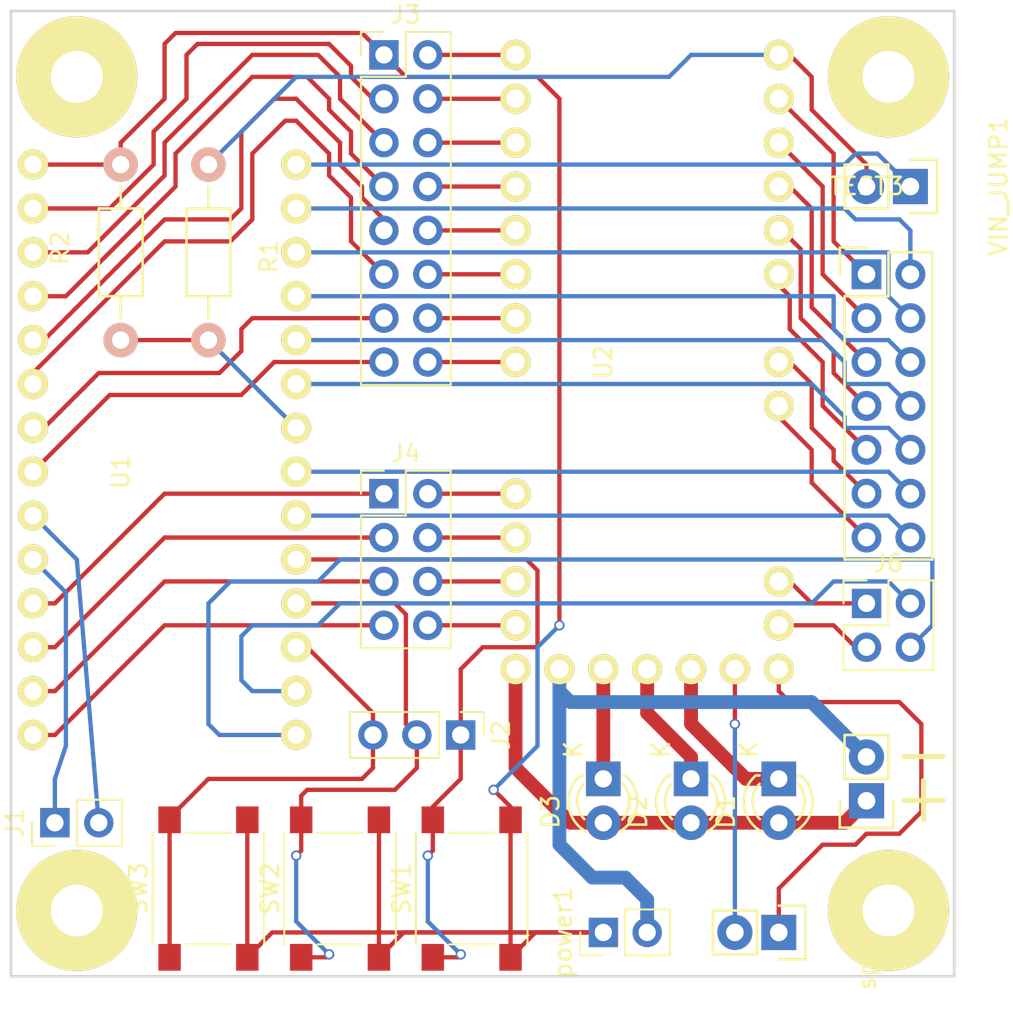
<source format=kicad_pcb>
(kicad_pcb (version 4) (host pcbnew 4.0.7-e1-6374~58~ubuntu16.04.1)

  (general
    (links 77)
    (no_connects 0)
    (area 0 0 0 0)
    (thickness 1.6)
    (drawings 6)
    (tracks 306)
    (zones 0)
    (modules 24)
    (nets 58)
  )

  (page A4)
  (layers
    (0 F.Cu signal)
    (31 B.Cu signal)
    (33 F.Adhes user)
    (35 F.Paste user)
    (37 F.SilkS user)
    (39 F.Mask user)
    (40 Dwgs.User user)
    (41 Cmts.User user)
    (42 Eco1.User user)
    (43 Eco2.User user)
    (44 Edge.Cuts user)
    (45 Margin user)
    (47 F.CrtYd user)
    (49 F.Fab user)
  )

  (setup
    (last_trace_width 0.25)
    (trace_clearance 0.2)
    (zone_clearance 0.508)
    (zone_45_only no)
    (trace_min 0.2)
    (segment_width 0.2)
    (edge_width 0.15)
    (via_size 0.6)
    (via_drill 0.4)
    (via_min_size 0.4)
    (via_min_drill 0.3)
    (uvia_size 0.3)
    (uvia_drill 0.1)
    (uvias_allowed no)
    (uvia_min_size 0.2)
    (uvia_min_drill 0.1)
    (pcb_text_width 0.3)
    (pcb_text_size 1.5 1.5)
    (mod_edge_width 0.15)
    (mod_text_size 1 1)
    (mod_text_width 0.15)
    (pad_size 1.524 1.524)
    (pad_drill 0.762)
    (pad_to_mask_clearance 0.2)
    (aux_axis_origin 0 0)
    (visible_elements FFFFF77F)
    (pcbplotparams
      (layerselection 0x00030_80000001)
      (usegerberextensions false)
      (excludeedgelayer true)
      (linewidth 0.100000)
      (plotframeref false)
      (viasonmask false)
      (mode 1)
      (useauxorigin false)
      (hpglpennumber 1)
      (hpglpenspeed 20)
      (hpglpendiameter 15)
      (hpglpenoverlay 2)
      (psnegative false)
      (psa4output false)
      (plotreference true)
      (plotvalue true)
      (plotinvisibletext false)
      (padsonsilk false)
      (subtractmaskfromsilk false)
      (outputformat 1)
      (mirror false)
      (drillshape 1)
      (scaleselection 1)
      (outputdirectory ""))
  )

  (net 0 "")
  (net 1 "Net-(D1-Pad2)")
  (net 2 "Net-(U2-Pad30)")
  (net 3 "Net-(D1-Pad1)")
  (net 4 "Net-(D2-Pad1)")
  (net 5 "Net-(D3-Pad1)")
  (net 6 6)
  (net 7 "Net-(R1-Pad1)")
  (net 8 20)
  (net 9 27)
  (net 10 0)
  (net 11 1)
  (net 12 2)
  (net 13 3)
  (net 14 4)
  (net 15 5)
  (net 16 11)
  (net 17 12)
  (net 18 "Net-(TEST3-Pad1)")
  (net 19 25)
  (net 20 "Net-(TEST3-Pad3)")
  (net 21 24)
  (net 22 "Net-(TEST3-Pad5)")
  (net 23 23)
  (net 24 "Net-(TEST3-Pad7)")
  (net 25 22)
  (net 26 "Net-(TEST3-Pad9)")
  (net 27 21)
  (net 28 "Net-(TEST3-Pad11)")
  (net 29 19)
  (net 30 "Net-(TEST3-Pad13)")
  (net 31 18)
  (net 32 14)
  (net 33 13)
  (net 34 26)
  (net 35 "Net-(J1-Pad1)")
  (net 36 "Net-(J1-Pad2)")
  (net 37 "Net-(J2-Pad1)")
  (net 38 "Net-(J2-Pad2)")
  (net 39 "Net-(J2-Pad3)")
  (net 40 "Net-(J3-Pad2)")
  (net 41 "Net-(J3-Pad4)")
  (net 42 "Net-(J3-Pad6)")
  (net 43 "Net-(J3-Pad8)")
  (net 44 "Net-(J3-Pad10)")
  (net 45 "Net-(J3-Pad12)")
  (net 46 "Net-(J3-Pad14)")
  (net 47 "Net-(J3-Pad16)")
  (net 48 9)
  (net 49 "Net-(J4-Pad2)")
  (net 50 10)
  (net 51 "Net-(J4-Pad4)")
  (net 52 "Net-(J4-Pad6)")
  (net 53 "Net-(J4-Pad8)")
  (net 54 "Net-(J6-Pad1)")
  (net 55 "Net-(J6-Pad3)")
  (net 56 "Net-(U2-Pad35)")
  (net 57 "Net-(U2-Pad36)")

  (net_class Default "This is the default net class."
    (clearance 0.2)
    (trace_width 0.25)
    (via_dia 0.6)
    (via_drill 0.4)
    (uvia_dia 0.3)
    (uvia_drill 0.1)
    (add_net 0)
    (add_net 1)
    (add_net 10)
    (add_net 11)
    (add_net 12)
    (add_net 13)
    (add_net 14)
    (add_net 18)
    (add_net 19)
    (add_net 2)
    (add_net 20)
    (add_net 21)
    (add_net 22)
    (add_net 23)
    (add_net 24)
    (add_net 25)
    (add_net 26)
    (add_net 27)
    (add_net 3)
    (add_net 4)
    (add_net 5)
    (add_net 6)
    (add_net 9)
    (add_net "Net-(J1-Pad1)")
    (add_net "Net-(J1-Pad2)")
    (add_net "Net-(J2-Pad1)")
    (add_net "Net-(J2-Pad2)")
    (add_net "Net-(J2-Pad3)")
    (add_net "Net-(J3-Pad10)")
    (add_net "Net-(J3-Pad12)")
    (add_net "Net-(J3-Pad14)")
    (add_net "Net-(J3-Pad16)")
    (add_net "Net-(J3-Pad2)")
    (add_net "Net-(J3-Pad4)")
    (add_net "Net-(J3-Pad6)")
    (add_net "Net-(J3-Pad8)")
    (add_net "Net-(J4-Pad2)")
    (add_net "Net-(J4-Pad4)")
    (add_net "Net-(J4-Pad6)")
    (add_net "Net-(J4-Pad8)")
    (add_net "Net-(J6-Pad1)")
    (add_net "Net-(J6-Pad3)")
    (add_net "Net-(R1-Pad1)")
    (add_net "Net-(TEST3-Pad1)")
    (add_net "Net-(TEST3-Pad11)")
    (add_net "Net-(TEST3-Pad13)")
    (add_net "Net-(TEST3-Pad3)")
    (add_net "Net-(TEST3-Pad5)")
    (add_net "Net-(TEST3-Pad7)")
    (add_net "Net-(TEST3-Pad9)")
    (add_net "Net-(U2-Pad35)")
    (add_net "Net-(U2-Pad36)")
  )

  (net_class powa ""
    (clearance 0.2)
    (trace_width 0.8)
    (via_dia 0.6)
    (via_drill 0.4)
    (uvia_dia 0.3)
    (uvia_drill 0.1)
    (add_net "Net-(D1-Pad1)")
    (add_net "Net-(D1-Pad2)")
    (add_net "Net-(D2-Pad1)")
    (add_net "Net-(D3-Pad1)")
    (add_net "Net-(U2-Pad30)")
  )

  (module lightsaber_parts:screw_hole (layer F.Cu) (tedit 582573F1) (tstamp 597CE74E)
    (at 184.15 109.22)
    (fp_text reference REF** (at 0 0.5) (layer F.SilkS)
      (effects (font (size 1 1) (thickness 0.15)))
    )
    (fp_text value screw_hole (at 0 -0.5) (layer F.Fab)
      (effects (font (size 1 1) (thickness 0.15)))
    )
    (pad 0 thru_hole circle (at 0 0) (size 7 7) (drill 3) (layers *.Cu *.Mask F.SilkS))
  )

  (module lightsaber_parts:screw_hole (layer F.Cu) (tedit 582573F1) (tstamp 597CE749)
    (at 137.16 109.22)
    (fp_text reference REF** (at 0 0.5) (layer F.SilkS)
      (effects (font (size 1 1) (thickness 0.15)))
    )
    (fp_text value screw_hole (at 0 -0.5) (layer F.Fab)
      (effects (font (size 1 1) (thickness 0.15)))
    )
    (pad 0 thru_hole circle (at 0 0) (size 7 7) (drill 3) (layers *.Cu *.Mask F.SilkS))
  )

  (module Pin_Headers:Pin_Header_Straight_1x02 (layer F.Cu) (tedit 54EA090C) (tstamp 58257587)
    (at 182.88 102.87 180)
    (descr "Through hole pin header")
    (tags "pin header")
    (path /58257DC2)
    (fp_text reference batt1 (at 0 -5.1 180) (layer F.SilkS)
      (effects (font (size 1 1) (thickness 0.15)))
    )
    (fp_text value CONN_01X02 (at 0 -3.1 180) (layer F.Fab)
      (effects (font (size 1 1) (thickness 0.15)))
    )
    (fp_line (start 1.27 1.27) (end 1.27 3.81) (layer F.SilkS) (width 0.15))
    (fp_line (start 1.55 -1.55) (end 1.55 0) (layer F.SilkS) (width 0.15))
    (fp_line (start -1.75 -1.75) (end -1.75 4.3) (layer F.CrtYd) (width 0.05))
    (fp_line (start 1.75 -1.75) (end 1.75 4.3) (layer F.CrtYd) (width 0.05))
    (fp_line (start -1.75 -1.75) (end 1.75 -1.75) (layer F.CrtYd) (width 0.05))
    (fp_line (start -1.75 4.3) (end 1.75 4.3) (layer F.CrtYd) (width 0.05))
    (fp_line (start 1.27 1.27) (end -1.27 1.27) (layer F.SilkS) (width 0.15))
    (fp_line (start -1.55 0) (end -1.55 -1.55) (layer F.SilkS) (width 0.15))
    (fp_line (start -1.55 -1.55) (end 1.55 -1.55) (layer F.SilkS) (width 0.15))
    (fp_line (start -1.27 1.27) (end -1.27 3.81) (layer F.SilkS) (width 0.15))
    (fp_line (start -1.27 3.81) (end 1.27 3.81) (layer F.SilkS) (width 0.15))
    (pad 1 thru_hole rect (at 0 0 180) (size 2.032 2.032) (drill 1.016) (layers *.Cu *.Mask)
      (net 1 "Net-(D1-Pad2)"))
    (pad 2 thru_hole oval (at 0 2.54 180) (size 2.032 2.032) (drill 1.016) (layers *.Cu *.Mask)
      (net 2 "Net-(U2-Pad30)"))
    (model Pin_Headers.3dshapes/Pin_Header_Straight_1x02.wrl
      (at (xyz 0 -0.05 0))
      (scale (xyz 1 1 1))
      (rotate (xyz 0 0 90))
    )
  )

  (module LEDs:LED-3MM (layer F.Cu) (tedit 559B82F6) (tstamp 5825758D)
    (at 177.8 101.6 270)
    (descr "LED 3mm round vertical")
    (tags "LED  3mm round vertical")
    (path /58258F26)
    (fp_text reference D1 (at 1.91 3.06 270) (layer F.SilkS)
      (effects (font (size 1 1) (thickness 0.15)))
    )
    (fp_text value LED (at 1.3 -2.9 270) (layer F.Fab)
      (effects (font (size 1 1) (thickness 0.15)))
    )
    (fp_line (start -1.2 2.3) (end 3.8 2.3) (layer F.CrtYd) (width 0.05))
    (fp_line (start 3.8 2.3) (end 3.8 -2.2) (layer F.CrtYd) (width 0.05))
    (fp_line (start 3.8 -2.2) (end -1.2 -2.2) (layer F.CrtYd) (width 0.05))
    (fp_line (start -1.2 -2.2) (end -1.2 2.3) (layer F.CrtYd) (width 0.05))
    (fp_line (start -0.199 1.314) (end -0.199 1.114) (layer F.SilkS) (width 0.15))
    (fp_line (start -0.199 -1.28) (end -0.199 -1.1) (layer F.SilkS) (width 0.15))
    (fp_arc (start 1.301 0.034) (end -0.199 -1.286) (angle 108.5) (layer F.SilkS) (width 0.15))
    (fp_arc (start 1.301 0.034) (end 0.25 -1.1) (angle 85.7) (layer F.SilkS) (width 0.15))
    (fp_arc (start 1.311 0.034) (end 3.051 0.994) (angle 110) (layer F.SilkS) (width 0.15))
    (fp_arc (start 1.301 0.034) (end 2.335 1.094) (angle 87.5) (layer F.SilkS) (width 0.15))
    (fp_text user K (at -1.69 1.74 270) (layer F.SilkS)
      (effects (font (size 1 1) (thickness 0.15)))
    )
    (pad 1 thru_hole rect (at 0 0) (size 2 2) (drill 1.00076) (layers *.Cu *.Mask)
      (net 3 "Net-(D1-Pad1)"))
    (pad 2 thru_hole circle (at 2.54 0 270) (size 2 2) (drill 1.00076) (layers *.Cu *.Mask)
      (net 1 "Net-(D1-Pad2)"))
    (model LEDs.3dshapes/LED-3MM.wrl
      (at (xyz 0.05 0 0))
      (scale (xyz 1 1 1))
      (rotate (xyz 0 0 90))
    )
  )

  (module LEDs:LED-3MM (layer F.Cu) (tedit 559B82F6) (tstamp 58257593)
    (at 172.72 101.6 270)
    (descr "LED 3mm round vertical")
    (tags "LED  3mm round vertical")
    (path /58258EAB)
    (fp_text reference D2 (at 1.91 3.06 270) (layer F.SilkS)
      (effects (font (size 1 1) (thickness 0.15)))
    )
    (fp_text value LED (at 1.3 -2.9 270) (layer F.Fab)
      (effects (font (size 1 1) (thickness 0.15)))
    )
    (fp_line (start -1.2 2.3) (end 3.8 2.3) (layer F.CrtYd) (width 0.05))
    (fp_line (start 3.8 2.3) (end 3.8 -2.2) (layer F.CrtYd) (width 0.05))
    (fp_line (start 3.8 -2.2) (end -1.2 -2.2) (layer F.CrtYd) (width 0.05))
    (fp_line (start -1.2 -2.2) (end -1.2 2.3) (layer F.CrtYd) (width 0.05))
    (fp_line (start -0.199 1.314) (end -0.199 1.114) (layer F.SilkS) (width 0.15))
    (fp_line (start -0.199 -1.28) (end -0.199 -1.1) (layer F.SilkS) (width 0.15))
    (fp_arc (start 1.301 0.034) (end -0.199 -1.286) (angle 108.5) (layer F.SilkS) (width 0.15))
    (fp_arc (start 1.301 0.034) (end 0.25 -1.1) (angle 85.7) (layer F.SilkS) (width 0.15))
    (fp_arc (start 1.311 0.034) (end 3.051 0.994) (angle 110) (layer F.SilkS) (width 0.15))
    (fp_arc (start 1.301 0.034) (end 2.335 1.094) (angle 87.5) (layer F.SilkS) (width 0.15))
    (fp_text user K (at -1.69 1.74 270) (layer F.SilkS)
      (effects (font (size 1 1) (thickness 0.15)))
    )
    (pad 1 thru_hole rect (at 0 0) (size 2 2) (drill 1.00076) (layers *.Cu *.Mask)
      (net 4 "Net-(D2-Pad1)"))
    (pad 2 thru_hole circle (at 2.54 0 270) (size 2 2) (drill 1.00076) (layers *.Cu *.Mask)
      (net 1 "Net-(D1-Pad2)"))
    (model LEDs.3dshapes/LED-3MM.wrl
      (at (xyz 0.05 0 0))
      (scale (xyz 1 1 1))
      (rotate (xyz 0 0 90))
    )
  )

  (module LEDs:LED-3MM (layer F.Cu) (tedit 559B82F6) (tstamp 58257599)
    (at 167.64 101.6 270)
    (descr "LED 3mm round vertical")
    (tags "LED  3mm round vertical")
    (path /58258E2F)
    (fp_text reference D3 (at 1.91 3.06 270) (layer F.SilkS)
      (effects (font (size 1 1) (thickness 0.15)))
    )
    (fp_text value LED (at 1.3 -2.9 270) (layer F.Fab)
      (effects (font (size 1 1) (thickness 0.15)))
    )
    (fp_line (start -1.2 2.3) (end 3.8 2.3) (layer F.CrtYd) (width 0.05))
    (fp_line (start 3.8 2.3) (end 3.8 -2.2) (layer F.CrtYd) (width 0.05))
    (fp_line (start 3.8 -2.2) (end -1.2 -2.2) (layer F.CrtYd) (width 0.05))
    (fp_line (start -1.2 -2.2) (end -1.2 2.3) (layer F.CrtYd) (width 0.05))
    (fp_line (start -0.199 1.314) (end -0.199 1.114) (layer F.SilkS) (width 0.15))
    (fp_line (start -0.199 -1.28) (end -0.199 -1.1) (layer F.SilkS) (width 0.15))
    (fp_arc (start 1.301 0.034) (end -0.199 -1.286) (angle 108.5) (layer F.SilkS) (width 0.15))
    (fp_arc (start 1.301 0.034) (end 0.25 -1.1) (angle 85.7) (layer F.SilkS) (width 0.15))
    (fp_arc (start 1.311 0.034) (end 3.051 0.994) (angle 110) (layer F.SilkS) (width 0.15))
    (fp_arc (start 1.301 0.034) (end 2.335 1.094) (angle 87.5) (layer F.SilkS) (width 0.15))
    (fp_text user K (at -1.69 1.74 270) (layer F.SilkS)
      (effects (font (size 1 1) (thickness 0.15)))
    )
    (pad 1 thru_hole rect (at 0 0) (size 2 2) (drill 1.00076) (layers *.Cu *.Mask)
      (net 5 "Net-(D3-Pad1)"))
    (pad 2 thru_hole circle (at 2.54 0 270) (size 2 2) (drill 1.00076) (layers *.Cu *.Mask)
      (net 1 "Net-(D1-Pad2)"))
    (model LEDs.3dshapes/LED-3MM.wrl
      (at (xyz 0.05 0 0))
      (scale (xyz 1 1 1))
      (rotate (xyz 0 0 90))
    )
  )

  (module Resistors_ThroughHole:Resistor_Horizontal_RM10mm (layer F.Cu) (tedit 56648415) (tstamp 582575AF)
    (at 144.78 66.04 270)
    (descr "Resistor, Axial,  RM 10mm, 1/3W")
    (tags "Resistor Axial RM 10mm 1/3W")
    (path /58219606)
    (fp_text reference R1 (at 5.32892 -3.50012 270) (layer F.SilkS)
      (effects (font (size 1 1) (thickness 0.15)))
    )
    (fp_text value 10k (at 5.08 3.81 270) (layer F.Fab)
      (effects (font (size 1 1) (thickness 0.15)))
    )
    (fp_line (start -1.25 -1.5) (end 11.4 -1.5) (layer F.CrtYd) (width 0.05))
    (fp_line (start -1.25 1.5) (end -1.25 -1.5) (layer F.CrtYd) (width 0.05))
    (fp_line (start 11.4 -1.5) (end 11.4 1.5) (layer F.CrtYd) (width 0.05))
    (fp_line (start -1.25 1.5) (end 11.4 1.5) (layer F.CrtYd) (width 0.05))
    (fp_line (start 2.54 -1.27) (end 7.62 -1.27) (layer F.SilkS) (width 0.15))
    (fp_line (start 7.62 -1.27) (end 7.62 1.27) (layer F.SilkS) (width 0.15))
    (fp_line (start 7.62 1.27) (end 2.54 1.27) (layer F.SilkS) (width 0.15))
    (fp_line (start 2.54 1.27) (end 2.54 -1.27) (layer F.SilkS) (width 0.15))
    (fp_line (start 2.54 0) (end 1.27 0) (layer F.SilkS) (width 0.15))
    (fp_line (start 7.62 0) (end 8.89 0) (layer F.SilkS) (width 0.15))
    (pad 1 thru_hole circle (at 0 0 270) (size 1.99898 1.99898) (drill 1.00076) (layers *.Cu *.SilkS *.Mask)
      (net 7 "Net-(R1-Pad1)"))
    (pad 2 thru_hole circle (at 10.16 0 270) (size 1.99898 1.99898) (drill 1.00076) (layers *.Cu *.SilkS *.Mask)
      (net 8 20))
    (model Resistors_ThroughHole.3dshapes/Resistor_Horizontal_RM10mm.wrl
      (at (xyz 0.2 0 0))
      (scale (xyz 0.4 0.4 0.4))
      (rotate (xyz 0 0 0))
    )
  )

  (module Resistors_ThroughHole:Resistor_Horizontal_RM10mm (layer F.Cu) (tedit 56648415) (tstamp 582575B5)
    (at 139.7 76.2 90)
    (descr "Resistor, Axial,  RM 10mm, 1/3W")
    (tags "Resistor Axial RM 10mm 1/3W")
    (path /58219649)
    (fp_text reference R2 (at 5.32892 -3.50012 90) (layer F.SilkS)
      (effects (font (size 1 1) (thickness 0.15)))
    )
    (fp_text value 10k (at 5.08 3.81 90) (layer F.Fab)
      (effects (font (size 1 1) (thickness 0.15)))
    )
    (fp_line (start -1.25 -1.5) (end 11.4 -1.5) (layer F.CrtYd) (width 0.05))
    (fp_line (start -1.25 1.5) (end -1.25 -1.5) (layer F.CrtYd) (width 0.05))
    (fp_line (start 11.4 -1.5) (end 11.4 1.5) (layer F.CrtYd) (width 0.05))
    (fp_line (start -1.25 1.5) (end 11.4 1.5) (layer F.CrtYd) (width 0.05))
    (fp_line (start 2.54 -1.27) (end 7.62 -1.27) (layer F.SilkS) (width 0.15))
    (fp_line (start 7.62 -1.27) (end 7.62 1.27) (layer F.SilkS) (width 0.15))
    (fp_line (start 7.62 1.27) (end 2.54 1.27) (layer F.SilkS) (width 0.15))
    (fp_line (start 2.54 1.27) (end 2.54 -1.27) (layer F.SilkS) (width 0.15))
    (fp_line (start 2.54 0) (end 1.27 0) (layer F.SilkS) (width 0.15))
    (fp_line (start 7.62 0) (end 8.89 0) (layer F.SilkS) (width 0.15))
    (pad 1 thru_hole circle (at 0 0 90) (size 1.99898 1.99898) (drill 1.00076) (layers *.Cu *.SilkS *.Mask)
      (net 8 20))
    (pad 2 thru_hole circle (at 10.16 0 90) (size 1.99898 1.99898) (drill 1.00076) (layers *.Cu *.SilkS *.Mask)
      (net 9 27))
    (model Resistors_ThroughHole.3dshapes/Resistor_Horizontal_RM10mm.wrl
      (at (xyz 0.2 0 0))
      (scale (xyz 0.4 0.4 0.4))
      (rotate (xyz 0 0 0))
    )
  )

  (module Pin_Headers:Pin_Header_Straight_1x02 (layer F.Cu) (tedit 54EA090C) (tstamp 582575D9)
    (at 177.8 110.49 270)
    (descr "Through hole pin header")
    (tags "pin header")
    (path /58258038)
    (fp_text reference speaker1 (at 0 -5.1 270) (layer F.SilkS)
      (effects (font (size 1 1) (thickness 0.15)))
    )
    (fp_text value CONN_01X02 (at 0 -3.1 270) (layer F.Fab)
      (effects (font (size 1 1) (thickness 0.15)))
    )
    (fp_line (start 1.27 1.27) (end 1.27 3.81) (layer F.SilkS) (width 0.15))
    (fp_line (start 1.55 -1.55) (end 1.55 0) (layer F.SilkS) (width 0.15))
    (fp_line (start -1.75 -1.75) (end -1.75 4.3) (layer F.CrtYd) (width 0.05))
    (fp_line (start 1.75 -1.75) (end 1.75 4.3) (layer F.CrtYd) (width 0.05))
    (fp_line (start -1.75 -1.75) (end 1.75 -1.75) (layer F.CrtYd) (width 0.05))
    (fp_line (start -1.75 4.3) (end 1.75 4.3) (layer F.CrtYd) (width 0.05))
    (fp_line (start 1.27 1.27) (end -1.27 1.27) (layer F.SilkS) (width 0.15))
    (fp_line (start -1.55 0) (end -1.55 -1.55) (layer F.SilkS) (width 0.15))
    (fp_line (start -1.55 -1.55) (end 1.55 -1.55) (layer F.SilkS) (width 0.15))
    (fp_line (start -1.27 1.27) (end -1.27 3.81) (layer F.SilkS) (width 0.15))
    (fp_line (start -1.27 3.81) (end 1.27 3.81) (layer F.SilkS) (width 0.15))
    (pad 1 thru_hole rect (at 0 0 270) (size 2.032 2.032) (drill 1.016) (layers *.Cu *.Mask)
      (net 56 "Net-(U2-Pad35)"))
    (pad 2 thru_hole oval (at 0 2.54 270) (size 2.032 2.032) (drill 1.016) (layers *.Cu *.Mask)
      (net 57 "Net-(U2-Pad36)"))
    (model Pin_Headers.3dshapes/Pin_Header_Straight_1x02.wrl
      (at (xyz 0 -0.05 0))
      (scale (xyz 1 1 1))
      (rotate (xyz 0 0 90))
    )
  )

  (module Pin_Headers:Pin_Header_Straight_2x07 (layer F.Cu) (tedit 0) (tstamp 5825760D)
    (at 182.88 72.39)
    (descr "Through hole pin header")
    (tags "pin header")
    (path /5825C9BC)
    (fp_text reference TEST3 (at 0 -5.1) (layer F.SilkS)
      (effects (font (size 1 1) (thickness 0.15)))
    )
    (fp_text value CONN_02X07 (at 0 -3.1) (layer F.Fab)
      (effects (font (size 1 1) (thickness 0.15)))
    )
    (fp_line (start -1.75 -1.75) (end -1.75 17) (layer F.CrtYd) (width 0.05))
    (fp_line (start 4.3 -1.75) (end 4.3 17) (layer F.CrtYd) (width 0.05))
    (fp_line (start -1.75 -1.75) (end 4.3 -1.75) (layer F.CrtYd) (width 0.05))
    (fp_line (start -1.75 17) (end 4.3 17) (layer F.CrtYd) (width 0.05))
    (fp_line (start 3.81 16.51) (end 3.81 -1.27) (layer F.SilkS) (width 0.15))
    (fp_line (start -1.27 1.27) (end -1.27 16.51) (layer F.SilkS) (width 0.15))
    (fp_line (start 3.81 16.51) (end -1.27 16.51) (layer F.SilkS) (width 0.15))
    (fp_line (start 3.81 -1.27) (end 1.27 -1.27) (layer F.SilkS) (width 0.15))
    (fp_line (start 0 -1.55) (end -1.55 -1.55) (layer F.SilkS) (width 0.15))
    (fp_line (start 1.27 -1.27) (end 1.27 1.27) (layer F.SilkS) (width 0.15))
    (fp_line (start 1.27 1.27) (end -1.27 1.27) (layer F.SilkS) (width 0.15))
    (fp_line (start -1.55 -1.55) (end -1.55 0) (layer F.SilkS) (width 0.15))
    (pad 1 thru_hole rect (at 0 0) (size 1.7272 1.7272) (drill 1.016) (layers *.Cu *.Mask)
      (net 18 "Net-(TEST3-Pad1)"))
    (pad 2 thru_hole oval (at 2.54 0) (size 1.7272 1.7272) (drill 1.016) (layers *.Cu *.Mask)
      (net 19 25))
    (pad 3 thru_hole oval (at 0 2.54) (size 1.7272 1.7272) (drill 1.016) (layers *.Cu *.Mask)
      (net 20 "Net-(TEST3-Pad3)"))
    (pad 4 thru_hole oval (at 2.54 2.54) (size 1.7272 1.7272) (drill 1.016) (layers *.Cu *.Mask)
      (net 21 24))
    (pad 5 thru_hole oval (at 0 5.08) (size 1.7272 1.7272) (drill 1.016) (layers *.Cu *.Mask)
      (net 22 "Net-(TEST3-Pad5)"))
    (pad 6 thru_hole oval (at 2.54 5.08) (size 1.7272 1.7272) (drill 1.016) (layers *.Cu *.Mask)
      (net 23 23))
    (pad 7 thru_hole oval (at 0 7.62) (size 1.7272 1.7272) (drill 1.016) (layers *.Cu *.Mask)
      (net 24 "Net-(TEST3-Pad7)"))
    (pad 8 thru_hole oval (at 2.54 7.62) (size 1.7272 1.7272) (drill 1.016) (layers *.Cu *.Mask)
      (net 25 22))
    (pad 9 thru_hole oval (at 0 10.16) (size 1.7272 1.7272) (drill 1.016) (layers *.Cu *.Mask)
      (net 26 "Net-(TEST3-Pad9)"))
    (pad 10 thru_hole oval (at 2.54 10.16) (size 1.7272 1.7272) (drill 1.016) (layers *.Cu *.Mask)
      (net 27 21))
    (pad 11 thru_hole oval (at 0 12.7) (size 1.7272 1.7272) (drill 1.016) (layers *.Cu *.Mask)
      (net 28 "Net-(TEST3-Pad11)"))
    (pad 12 thru_hole oval (at 2.54 12.7) (size 1.7272 1.7272) (drill 1.016) (layers *.Cu *.Mask)
      (net 29 19))
    (pad 13 thru_hole oval (at 0 15.24) (size 1.7272 1.7272) (drill 1.016) (layers *.Cu *.Mask)
      (net 30 "Net-(TEST3-Pad13)"))
    (pad 14 thru_hole oval (at 2.54 15.24) (size 1.7272 1.7272) (drill 1.016) (layers *.Cu *.Mask)
      (net 31 18))
    (model Pin_Headers.3dshapes/Pin_Header_Straight_2x07.wrl
      (at (xyz 0.05 -0.3 0))
      (scale (xyz 1 1 1))
      (rotate (xyz 0 0 90))
    )
  )

  (module Pin_Headers:Pin_Header_Straight_1x02 (layer F.Cu) (tedit 54EA090C) (tstamp 5825765F)
    (at 185.42 67.31 270)
    (descr "Through hole pin header")
    (tags "pin header")
    (path /5825BF03)
    (fp_text reference VIN_JUMP1 (at 0 -5.1 270) (layer F.SilkS)
      (effects (font (size 1 1) (thickness 0.15)))
    )
    (fp_text value CONN_01X02 (at 0 -3.1 270) (layer F.Fab)
      (effects (font (size 1 1) (thickness 0.15)))
    )
    (fp_line (start 1.27 1.27) (end 1.27 3.81) (layer F.SilkS) (width 0.15))
    (fp_line (start 1.55 -1.55) (end 1.55 0) (layer F.SilkS) (width 0.15))
    (fp_line (start -1.75 -1.75) (end -1.75 4.3) (layer F.CrtYd) (width 0.05))
    (fp_line (start 1.75 -1.75) (end 1.75 4.3) (layer F.CrtYd) (width 0.05))
    (fp_line (start -1.75 -1.75) (end 1.75 -1.75) (layer F.CrtYd) (width 0.05))
    (fp_line (start -1.75 4.3) (end 1.75 4.3) (layer F.CrtYd) (width 0.05))
    (fp_line (start 1.27 1.27) (end -1.27 1.27) (layer F.SilkS) (width 0.15))
    (fp_line (start -1.55 0) (end -1.55 -1.55) (layer F.SilkS) (width 0.15))
    (fp_line (start -1.55 -1.55) (end 1.55 -1.55) (layer F.SilkS) (width 0.15))
    (fp_line (start -1.27 1.27) (end -1.27 3.81) (layer F.SilkS) (width 0.15))
    (fp_line (start -1.27 3.81) (end 1.27 3.81) (layer F.SilkS) (width 0.15))
    (pad 1 thru_hole rect (at 0 0 270) (size 2.032 2.032) (drill 1.016) (layers *.Cu *.Mask)
      (net 34 26))
    (pad 2 thru_hole oval (at 0 2.54 270) (size 2.032 2.032) (drill 1.016) (layers *.Cu *.Mask)
      (net 7 "Net-(R1-Pad1)"))
    (model Pin_Headers.3dshapes/Pin_Header_Straight_1x02.wrl
      (at (xyz 0 -0.05 0))
      (scale (xyz 1 1 1))
      (rotate (xyz 0 0 90))
    )
  )

  (module lightsaber_parts:screw_hole (layer F.Cu) (tedit 582573F1) (tstamp 58257A0D)
    (at 137.16 60.96)
    (fp_text reference REF** (at 0 0.5) (layer F.SilkS)
      (effects (font (size 1 1) (thickness 0.15)))
    )
    (fp_text value screw_hole (at 0 -0.5) (layer F.Fab)
      (effects (font (size 1 1) (thickness 0.15)))
    )
    (pad 0 thru_hole circle (at 0 0) (size 7 7) (drill 3) (layers *.Cu *.Mask F.SilkS))
  )

  (module lightsaber_parts:screw_hole locked (layer F.Cu) (tedit 582573F1) (tstamp 58257A0E)
    (at 184.15 60.96)
    (fp_text reference REF** (at 0 0.5) (layer F.SilkS)
      (effects (font (size 1 1) (thickness 0.15)))
    )
    (fp_text value screw_hole (at 0 -0.5) (layer F.Fab)
      (effects (font (size 1 1) (thickness 0.15)))
    )
    (pad 0 thru_hole circle (at 0 0) (size 7 7) (drill 3) (layers *.Cu *.Mask F.SilkS))
  )

  (module Pin_Headers:Pin_Header_Straight_1x02_Pitch2.54mm (layer F.Cu) (tedit 59650532) (tstamp 597CE5E6)
    (at 135.89 104.14 90)
    (descr "Through hole straight pin header, 1x02, 2.54mm pitch, single row")
    (tags "Through hole pin header THT 1x02 2.54mm single row")
    (path /597D6933)
    (fp_text reference J1 (at 0 -2.33 90) (layer F.SilkS)
      (effects (font (size 1 1) (thickness 0.15)))
    )
    (fp_text value CONN_01X02 (at 0 4.87 90) (layer F.Fab)
      (effects (font (size 1 1) (thickness 0.15)))
    )
    (fp_line (start -0.635 -1.27) (end 1.27 -1.27) (layer F.Fab) (width 0.1))
    (fp_line (start 1.27 -1.27) (end 1.27 3.81) (layer F.Fab) (width 0.1))
    (fp_line (start 1.27 3.81) (end -1.27 3.81) (layer F.Fab) (width 0.1))
    (fp_line (start -1.27 3.81) (end -1.27 -0.635) (layer F.Fab) (width 0.1))
    (fp_line (start -1.27 -0.635) (end -0.635 -1.27) (layer F.Fab) (width 0.1))
    (fp_line (start -1.33 3.87) (end 1.33 3.87) (layer F.SilkS) (width 0.12))
    (fp_line (start -1.33 1.27) (end -1.33 3.87) (layer F.SilkS) (width 0.12))
    (fp_line (start 1.33 1.27) (end 1.33 3.87) (layer F.SilkS) (width 0.12))
    (fp_line (start -1.33 1.27) (end 1.33 1.27) (layer F.SilkS) (width 0.12))
    (fp_line (start -1.33 0) (end -1.33 -1.33) (layer F.SilkS) (width 0.12))
    (fp_line (start -1.33 -1.33) (end 0 -1.33) (layer F.SilkS) (width 0.12))
    (fp_line (start -1.8 -1.8) (end -1.8 4.35) (layer F.CrtYd) (width 0.05))
    (fp_line (start -1.8 4.35) (end 1.8 4.35) (layer F.CrtYd) (width 0.05))
    (fp_line (start 1.8 4.35) (end 1.8 -1.8) (layer F.CrtYd) (width 0.05))
    (fp_line (start 1.8 -1.8) (end -1.8 -1.8) (layer F.CrtYd) (width 0.05))
    (fp_text user %R (at 0 1.27 180) (layer F.Fab)
      (effects (font (size 1 1) (thickness 0.15)))
    )
    (pad 1 thru_hole rect (at 0 0 90) (size 1.7 1.7) (drill 1) (layers *.Cu *.Mask)
      (net 35 "Net-(J1-Pad1)"))
    (pad 2 thru_hole oval (at 0 2.54 90) (size 1.7 1.7) (drill 1) (layers *.Cu *.Mask)
      (net 36 "Net-(J1-Pad2)"))
    (model ${KISYS3DMOD}/Pin_Headers.3dshapes/Pin_Header_Straight_1x02_Pitch2.54mm.wrl
      (at (xyz 0 0 0))
      (scale (xyz 1 1 1))
      (rotate (xyz 0 0 0))
    )
  )

  (module Pin_Headers:Pin_Header_Straight_1x03_Pitch2.54mm (layer F.Cu) (tedit 59650532) (tstamp 597CE5ED)
    (at 159.385 99.06 270)
    (descr "Through hole straight pin header, 1x03, 2.54mm pitch, single row")
    (tags "Through hole pin header THT 1x03 2.54mm single row")
    (path /597D8FE0)
    (fp_text reference J2 (at 0 -2.33 270) (layer F.SilkS)
      (effects (font (size 1 1) (thickness 0.15)))
    )
    (fp_text value CONN_01X03 (at 0 7.41 270) (layer F.Fab)
      (effects (font (size 1 1) (thickness 0.15)))
    )
    (fp_line (start -0.635 -1.27) (end 1.27 -1.27) (layer F.Fab) (width 0.1))
    (fp_line (start 1.27 -1.27) (end 1.27 6.35) (layer F.Fab) (width 0.1))
    (fp_line (start 1.27 6.35) (end -1.27 6.35) (layer F.Fab) (width 0.1))
    (fp_line (start -1.27 6.35) (end -1.27 -0.635) (layer F.Fab) (width 0.1))
    (fp_line (start -1.27 -0.635) (end -0.635 -1.27) (layer F.Fab) (width 0.1))
    (fp_line (start -1.33 6.41) (end 1.33 6.41) (layer F.SilkS) (width 0.12))
    (fp_line (start -1.33 1.27) (end -1.33 6.41) (layer F.SilkS) (width 0.12))
    (fp_line (start 1.33 1.27) (end 1.33 6.41) (layer F.SilkS) (width 0.12))
    (fp_line (start -1.33 1.27) (end 1.33 1.27) (layer F.SilkS) (width 0.12))
    (fp_line (start -1.33 0) (end -1.33 -1.33) (layer F.SilkS) (width 0.12))
    (fp_line (start -1.33 -1.33) (end 0 -1.33) (layer F.SilkS) (width 0.12))
    (fp_line (start -1.8 -1.8) (end -1.8 6.85) (layer F.CrtYd) (width 0.05))
    (fp_line (start -1.8 6.85) (end 1.8 6.85) (layer F.CrtYd) (width 0.05))
    (fp_line (start 1.8 6.85) (end 1.8 -1.8) (layer F.CrtYd) (width 0.05))
    (fp_line (start 1.8 -1.8) (end -1.8 -1.8) (layer F.CrtYd) (width 0.05))
    (fp_text user %R (at 0 2.54 360) (layer F.Fab)
      (effects (font (size 1 1) (thickness 0.15)))
    )
    (pad 1 thru_hole rect (at 0 0 270) (size 1.7 1.7) (drill 1) (layers *.Cu *.Mask)
      (net 37 "Net-(J2-Pad1)"))
    (pad 2 thru_hole oval (at 0 2.54 270) (size 1.7 1.7) (drill 1) (layers *.Cu *.Mask)
      (net 38 "Net-(J2-Pad2)"))
    (pad 3 thru_hole oval (at 0 5.08 270) (size 1.7 1.7) (drill 1) (layers *.Cu *.Mask)
      (net 39 "Net-(J2-Pad3)"))
    (model ${KISYS3DMOD}/Pin_Headers.3dshapes/Pin_Header_Straight_1x03_Pitch2.54mm.wrl
      (at (xyz 0 0 0))
      (scale (xyz 1 1 1))
      (rotate (xyz 0 0 0))
    )
  )

  (module Pin_Headers:Pin_Header_Straight_2x08_Pitch2.54mm (layer F.Cu) (tedit 59650532) (tstamp 597CE601)
    (at 154.94 59.69)
    (descr "Through hole straight pin header, 2x08, 2.54mm pitch, double rows")
    (tags "Through hole pin header THT 2x08 2.54mm double row")
    (path /597D5910)
    (fp_text reference J3 (at 1.27 -2.33) (layer F.SilkS)
      (effects (font (size 1 1) (thickness 0.15)))
    )
    (fp_text value CONN_02X08 (at 1.27 20.11) (layer F.Fab)
      (effects (font (size 1 1) (thickness 0.15)))
    )
    (fp_line (start 0 -1.27) (end 3.81 -1.27) (layer F.Fab) (width 0.1))
    (fp_line (start 3.81 -1.27) (end 3.81 19.05) (layer F.Fab) (width 0.1))
    (fp_line (start 3.81 19.05) (end -1.27 19.05) (layer F.Fab) (width 0.1))
    (fp_line (start -1.27 19.05) (end -1.27 0) (layer F.Fab) (width 0.1))
    (fp_line (start -1.27 0) (end 0 -1.27) (layer F.Fab) (width 0.1))
    (fp_line (start -1.33 19.11) (end 3.87 19.11) (layer F.SilkS) (width 0.12))
    (fp_line (start -1.33 1.27) (end -1.33 19.11) (layer F.SilkS) (width 0.12))
    (fp_line (start 3.87 -1.33) (end 3.87 19.11) (layer F.SilkS) (width 0.12))
    (fp_line (start -1.33 1.27) (end 1.27 1.27) (layer F.SilkS) (width 0.12))
    (fp_line (start 1.27 1.27) (end 1.27 -1.33) (layer F.SilkS) (width 0.12))
    (fp_line (start 1.27 -1.33) (end 3.87 -1.33) (layer F.SilkS) (width 0.12))
    (fp_line (start -1.33 0) (end -1.33 -1.33) (layer F.SilkS) (width 0.12))
    (fp_line (start -1.33 -1.33) (end 0 -1.33) (layer F.SilkS) (width 0.12))
    (fp_line (start -1.8 -1.8) (end -1.8 19.55) (layer F.CrtYd) (width 0.05))
    (fp_line (start -1.8 19.55) (end 4.35 19.55) (layer F.CrtYd) (width 0.05))
    (fp_line (start 4.35 19.55) (end 4.35 -1.8) (layer F.CrtYd) (width 0.05))
    (fp_line (start 4.35 -1.8) (end -1.8 -1.8) (layer F.CrtYd) (width 0.05))
    (fp_text user %R (at 1.27 8.89 90) (layer F.Fab)
      (effects (font (size 1 1) (thickness 0.15)))
    )
    (pad 1 thru_hole rect (at 0 0) (size 1.7 1.7) (drill 1) (layers *.Cu *.Mask)
      (net 9 27))
    (pad 2 thru_hole oval (at 2.54 0) (size 1.7 1.7) (drill 1) (layers *.Cu *.Mask)
      (net 40 "Net-(J3-Pad2)"))
    (pad 3 thru_hole oval (at 0 2.54) (size 1.7 1.7) (drill 1) (layers *.Cu *.Mask)
      (net 10 0))
    (pad 4 thru_hole oval (at 2.54 2.54) (size 1.7 1.7) (drill 1) (layers *.Cu *.Mask)
      (net 41 "Net-(J3-Pad4)"))
    (pad 5 thru_hole oval (at 0 5.08) (size 1.7 1.7) (drill 1) (layers *.Cu *.Mask)
      (net 11 1))
    (pad 6 thru_hole oval (at 2.54 5.08) (size 1.7 1.7) (drill 1) (layers *.Cu *.Mask)
      (net 42 "Net-(J3-Pad6)"))
    (pad 7 thru_hole oval (at 0 7.62) (size 1.7 1.7) (drill 1) (layers *.Cu *.Mask)
      (net 12 2))
    (pad 8 thru_hole oval (at 2.54 7.62) (size 1.7 1.7) (drill 1) (layers *.Cu *.Mask)
      (net 43 "Net-(J3-Pad8)"))
    (pad 9 thru_hole oval (at 0 10.16) (size 1.7 1.7) (drill 1) (layers *.Cu *.Mask)
      (net 13 3))
    (pad 10 thru_hole oval (at 2.54 10.16) (size 1.7 1.7) (drill 1) (layers *.Cu *.Mask)
      (net 44 "Net-(J3-Pad10)"))
    (pad 11 thru_hole oval (at 0 12.7) (size 1.7 1.7) (drill 1) (layers *.Cu *.Mask)
      (net 14 4))
    (pad 12 thru_hole oval (at 2.54 12.7) (size 1.7 1.7) (drill 1) (layers *.Cu *.Mask)
      (net 45 "Net-(J3-Pad12)"))
    (pad 13 thru_hole oval (at 0 15.24) (size 1.7 1.7) (drill 1) (layers *.Cu *.Mask)
      (net 15 5))
    (pad 14 thru_hole oval (at 2.54 15.24) (size 1.7 1.7) (drill 1) (layers *.Cu *.Mask)
      (net 46 "Net-(J3-Pad14)"))
    (pad 15 thru_hole oval (at 0 17.78) (size 1.7 1.7) (drill 1) (layers *.Cu *.Mask)
      (net 6 6))
    (pad 16 thru_hole oval (at 2.54 17.78) (size 1.7 1.7) (drill 1) (layers *.Cu *.Mask)
      (net 47 "Net-(J3-Pad16)"))
    (model ${KISYS3DMOD}/Pin_Headers.3dshapes/Pin_Header_Straight_2x08_Pitch2.54mm.wrl
      (at (xyz 0 0 0))
      (scale (xyz 1 1 1))
      (rotate (xyz 0 0 0))
    )
  )

  (module Pin_Headers:Pin_Header_Straight_2x04_Pitch2.54mm (layer F.Cu) (tedit 59650532) (tstamp 597CE60D)
    (at 154.94 85.09)
    (descr "Through hole straight pin header, 2x04, 2.54mm pitch, double rows")
    (tags "Through hole pin header THT 2x04 2.54mm double row")
    (path /597D60D6)
    (fp_text reference J4 (at 1.27 -2.33) (layer F.SilkS)
      (effects (font (size 1 1) (thickness 0.15)))
    )
    (fp_text value CONN_02X04 (at 1.27 9.95) (layer F.Fab)
      (effects (font (size 1 1) (thickness 0.15)))
    )
    (fp_line (start 0 -1.27) (end 3.81 -1.27) (layer F.Fab) (width 0.1))
    (fp_line (start 3.81 -1.27) (end 3.81 8.89) (layer F.Fab) (width 0.1))
    (fp_line (start 3.81 8.89) (end -1.27 8.89) (layer F.Fab) (width 0.1))
    (fp_line (start -1.27 8.89) (end -1.27 0) (layer F.Fab) (width 0.1))
    (fp_line (start -1.27 0) (end 0 -1.27) (layer F.Fab) (width 0.1))
    (fp_line (start -1.33 8.95) (end 3.87 8.95) (layer F.SilkS) (width 0.12))
    (fp_line (start -1.33 1.27) (end -1.33 8.95) (layer F.SilkS) (width 0.12))
    (fp_line (start 3.87 -1.33) (end 3.87 8.95) (layer F.SilkS) (width 0.12))
    (fp_line (start -1.33 1.27) (end 1.27 1.27) (layer F.SilkS) (width 0.12))
    (fp_line (start 1.27 1.27) (end 1.27 -1.33) (layer F.SilkS) (width 0.12))
    (fp_line (start 1.27 -1.33) (end 3.87 -1.33) (layer F.SilkS) (width 0.12))
    (fp_line (start -1.33 0) (end -1.33 -1.33) (layer F.SilkS) (width 0.12))
    (fp_line (start -1.33 -1.33) (end 0 -1.33) (layer F.SilkS) (width 0.12))
    (fp_line (start -1.8 -1.8) (end -1.8 9.4) (layer F.CrtYd) (width 0.05))
    (fp_line (start -1.8 9.4) (end 4.35 9.4) (layer F.CrtYd) (width 0.05))
    (fp_line (start 4.35 9.4) (end 4.35 -1.8) (layer F.CrtYd) (width 0.05))
    (fp_line (start 4.35 -1.8) (end -1.8 -1.8) (layer F.CrtYd) (width 0.05))
    (fp_text user %R (at 1.27 3.81 90) (layer F.Fab)
      (effects (font (size 1 1) (thickness 0.15)))
    )
    (pad 1 thru_hole rect (at 0 0) (size 1.7 1.7) (drill 1) (layers *.Cu *.Mask)
      (net 48 9))
    (pad 2 thru_hole oval (at 2.54 0) (size 1.7 1.7) (drill 1) (layers *.Cu *.Mask)
      (net 49 "Net-(J4-Pad2)"))
    (pad 3 thru_hole oval (at 0 2.54) (size 1.7 1.7) (drill 1) (layers *.Cu *.Mask)
      (net 50 10))
    (pad 4 thru_hole oval (at 2.54 2.54) (size 1.7 1.7) (drill 1) (layers *.Cu *.Mask)
      (net 51 "Net-(J4-Pad4)"))
    (pad 5 thru_hole oval (at 0 5.08) (size 1.7 1.7) (drill 1) (layers *.Cu *.Mask)
      (net 16 11))
    (pad 6 thru_hole oval (at 2.54 5.08) (size 1.7 1.7) (drill 1) (layers *.Cu *.Mask)
      (net 52 "Net-(J4-Pad6)"))
    (pad 7 thru_hole oval (at 0 7.62) (size 1.7 1.7) (drill 1) (layers *.Cu *.Mask)
      (net 17 12))
    (pad 8 thru_hole oval (at 2.54 7.62) (size 1.7 1.7) (drill 1) (layers *.Cu *.Mask)
      (net 53 "Net-(J4-Pad8)"))
    (model ${KISYS3DMOD}/Pin_Headers.3dshapes/Pin_Header_Straight_2x04_Pitch2.54mm.wrl
      (at (xyz 0 0 0))
      (scale (xyz 1 1 1))
      (rotate (xyz 0 0 0))
    )
  )

  (module Pin_Headers:Pin_Header_Straight_2x02_Pitch2.54mm (layer F.Cu) (tedit 59650532) (tstamp 597CE615)
    (at 182.88 91.44)
    (descr "Through hole straight pin header, 2x02, 2.54mm pitch, double rows")
    (tags "Through hole pin header THT 2x02 2.54mm double row")
    (path /597D6447)
    (fp_text reference J6 (at 1.27 -2.33) (layer F.SilkS)
      (effects (font (size 1 1) (thickness 0.15)))
    )
    (fp_text value CONN_02X02 (at 1.27 4.87) (layer F.Fab)
      (effects (font (size 1 1) (thickness 0.15)))
    )
    (fp_line (start 0 -1.27) (end 3.81 -1.27) (layer F.Fab) (width 0.1))
    (fp_line (start 3.81 -1.27) (end 3.81 3.81) (layer F.Fab) (width 0.1))
    (fp_line (start 3.81 3.81) (end -1.27 3.81) (layer F.Fab) (width 0.1))
    (fp_line (start -1.27 3.81) (end -1.27 0) (layer F.Fab) (width 0.1))
    (fp_line (start -1.27 0) (end 0 -1.27) (layer F.Fab) (width 0.1))
    (fp_line (start -1.33 3.87) (end 3.87 3.87) (layer F.SilkS) (width 0.12))
    (fp_line (start -1.33 1.27) (end -1.33 3.87) (layer F.SilkS) (width 0.12))
    (fp_line (start 3.87 -1.33) (end 3.87 3.87) (layer F.SilkS) (width 0.12))
    (fp_line (start -1.33 1.27) (end 1.27 1.27) (layer F.SilkS) (width 0.12))
    (fp_line (start 1.27 1.27) (end 1.27 -1.33) (layer F.SilkS) (width 0.12))
    (fp_line (start 1.27 -1.33) (end 3.87 -1.33) (layer F.SilkS) (width 0.12))
    (fp_line (start -1.33 0) (end -1.33 -1.33) (layer F.SilkS) (width 0.12))
    (fp_line (start -1.33 -1.33) (end 0 -1.33) (layer F.SilkS) (width 0.12))
    (fp_line (start -1.8 -1.8) (end -1.8 4.35) (layer F.CrtYd) (width 0.05))
    (fp_line (start -1.8 4.35) (end 4.35 4.35) (layer F.CrtYd) (width 0.05))
    (fp_line (start 4.35 4.35) (end 4.35 -1.8) (layer F.CrtYd) (width 0.05))
    (fp_line (start 4.35 -1.8) (end -1.8 -1.8) (layer F.CrtYd) (width 0.05))
    (fp_text user %R (at 1.27 1.27 90) (layer F.Fab)
      (effects (font (size 1 1) (thickness 0.15)))
    )
    (pad 1 thru_hole rect (at 0 0) (size 1.7 1.7) (drill 1) (layers *.Cu *.Mask)
      (net 54 "Net-(J6-Pad1)"))
    (pad 2 thru_hole oval (at 2.54 0) (size 1.7 1.7) (drill 1) (layers *.Cu *.Mask)
      (net 32 14))
    (pad 3 thru_hole oval (at 0 2.54) (size 1.7 1.7) (drill 1) (layers *.Cu *.Mask)
      (net 55 "Net-(J6-Pad3)"))
    (pad 4 thru_hole oval (at 2.54 2.54) (size 1.7 1.7) (drill 1) (layers *.Cu *.Mask)
      (net 33 13))
    (model ${KISYS3DMOD}/Pin_Headers.3dshapes/Pin_Header_Straight_2x02_Pitch2.54mm.wrl
      (at (xyz 0 0 0))
      (scale (xyz 1 1 1))
      (rotate (xyz 0 0 0))
    )
  )

  (module Pin_Headers:Pin_Header_Straight_1x02_Pitch2.54mm (layer F.Cu) (tedit 597CE66D) (tstamp 597CE61B)
    (at 167.64 110.49 90)
    (descr "Through hole straight pin header, 1x02, 2.54mm pitch, single row")
    (tags "Through hole pin header THT 1x02 2.54mm single row")
    (path /597D65D8)
    (fp_text reference power1 (at 0 -2.33 90) (layer F.SilkS)
      (effects (font (size 1 1) (thickness 0.15)))
    )
    (fp_text value CONN_01X02 (at 0 4.87 90) (layer F.Fab)
      (effects (font (size 1 1) (thickness 0.15)))
    )
    (fp_line (start -0.635 -1.27) (end 1.27 -1.27) (layer F.Fab) (width 0.1))
    (fp_line (start 1.27 -1.27) (end 1.27 3.81) (layer F.Fab) (width 0.1))
    (fp_line (start 1.27 3.81) (end -1.27 3.81) (layer F.Fab) (width 0.1))
    (fp_line (start -1.27 3.81) (end -1.27 -0.635) (layer F.Fab) (width 0.1))
    (fp_line (start -1.27 -0.635) (end -0.635 -1.27) (layer F.Fab) (width 0.1))
    (fp_line (start -1.33 3.87) (end 1.33 3.87) (layer F.SilkS) (width 0.12))
    (fp_line (start -1.33 1.27) (end -1.33 3.87) (layer F.SilkS) (width 0.12))
    (fp_line (start 1.33 1.27) (end 1.33 3.87) (layer F.SilkS) (width 0.12))
    (fp_line (start -1.33 1.27) (end 1.33 1.27) (layer F.SilkS) (width 0.12))
    (fp_line (start -1.33 0) (end -1.33 -1.33) (layer F.SilkS) (width 0.12))
    (fp_line (start -1.33 -1.33) (end 0 -1.33) (layer F.SilkS) (width 0.12))
    (fp_line (start -1.8 -1.8) (end -1.8 4.35) (layer F.CrtYd) (width 0.05))
    (fp_line (start -1.8 4.35) (end 1.8 4.35) (layer F.CrtYd) (width 0.05))
    (fp_line (start 1.8 4.35) (end 1.8 -1.8) (layer F.CrtYd) (width 0.05))
    (fp_line (start 1.8 -1.8) (end -1.8 -1.8) (layer F.CrtYd) (width 0.05))
    (fp_text user %R (at -2.54 -5.08 270) (layer F.Fab)
      (effects (font (size 1 1) (thickness 0.15)))
    )
    (pad 1 thru_hole rect (at 0 0 90) (size 1.7 1.7) (drill 1) (layers *.Cu *.Mask)
      (net 9 27))
    (pad 2 thru_hole oval (at 0 2.54 90) (size 1.7 1.7) (drill 1) (layers *.Cu *.Mask)
      (net 2 "Net-(U2-Pad30)"))
    (model ${KISYS3DMOD}/Pin_Headers.3dshapes/Pin_Header_Straight_1x02_Pitch2.54mm.wrl
      (at (xyz 0 0 0))
      (scale (xyz 1 1 1))
      (rotate (xyz 0 0 0))
    )
  )

  (module Buttons_Switches_SMD:SW_SPST_PTS645 (layer F.Cu) (tedit 58724A80) (tstamp 597CE623)
    (at 160.02 107.95 90)
    (descr "C&K Components SPST SMD PTS645 Series 6mm Tact Switch")
    (tags "SPST Button Switch")
    (path /597D8C64)
    (attr smd)
    (fp_text reference SW1 (at 0 -4.05 90) (layer F.SilkS)
      (effects (font (size 1 1) (thickness 0.15)))
    )
    (fp_text value SW_Push (at 0 4.15 90) (layer F.Fab)
      (effects (font (size 1 1) (thickness 0.15)))
    )
    (fp_text user %R (at 0 -4.05 90) (layer F.Fab)
      (effects (font (size 1 1) (thickness 0.15)))
    )
    (fp_line (start -3 -3) (end -3 3) (layer F.Fab) (width 0.1))
    (fp_line (start -3 3) (end 3 3) (layer F.Fab) (width 0.1))
    (fp_line (start 3 3) (end 3 -3) (layer F.Fab) (width 0.1))
    (fp_line (start 3 -3) (end -3 -3) (layer F.Fab) (width 0.1))
    (fp_line (start 5.05 3.4) (end 5.05 -3.4) (layer F.CrtYd) (width 0.05))
    (fp_line (start -5.05 -3.4) (end -5.05 3.4) (layer F.CrtYd) (width 0.05))
    (fp_line (start -5.05 3.4) (end 5.05 3.4) (layer F.CrtYd) (width 0.05))
    (fp_line (start -5.05 -3.4) (end 5.05 -3.4) (layer F.CrtYd) (width 0.05))
    (fp_line (start 3.23 -3.23) (end 3.23 -3.2) (layer F.SilkS) (width 0.12))
    (fp_line (start 3.23 3.23) (end 3.23 3.2) (layer F.SilkS) (width 0.12))
    (fp_line (start -3.23 3.23) (end -3.23 3.2) (layer F.SilkS) (width 0.12))
    (fp_line (start -3.23 -3.2) (end -3.23 -3.23) (layer F.SilkS) (width 0.12))
    (fp_line (start 3.23 -1.3) (end 3.23 1.3) (layer F.SilkS) (width 0.12))
    (fp_line (start -3.23 -3.23) (end 3.23 -3.23) (layer F.SilkS) (width 0.12))
    (fp_line (start -3.23 -1.3) (end -3.23 1.3) (layer F.SilkS) (width 0.12))
    (fp_line (start -3.23 3.23) (end 3.23 3.23) (layer F.SilkS) (width 0.12))
    (fp_circle (center 0 0) (end 1.75 -0.05) (layer F.Fab) (width 0.1))
    (pad 2 smd rect (at -3.98 2.25 90) (size 1.55 1.3) (layers F.Cu F.Paste F.Mask)
      (net 9 27))
    (pad 1 smd rect (at -3.98 -2.25 90) (size 1.55 1.3) (layers F.Cu F.Paste F.Mask)
      (net 37 "Net-(J2-Pad1)"))
    (pad 1 smd rect (at 3.98 -2.25 90) (size 1.55 1.3) (layers F.Cu F.Paste F.Mask)
      (net 37 "Net-(J2-Pad1)"))
    (pad 2 smd rect (at 3.98 2.25 90) (size 1.55 1.3) (layers F.Cu F.Paste F.Mask)
      (net 9 27))
    (model ${KISYS3DMOD}/Buttons_Switches_SMD.3dshapes/SW_SPST_PTS645.wrl
      (at (xyz 0 0 0))
      (scale (xyz 1 1 1))
      (rotate (xyz 0 0 0))
    )
  )

  (module Buttons_Switches_SMD:SW_SPST_PTS645 (layer F.Cu) (tedit 58724A80) (tstamp 597CE62B)
    (at 152.4 107.95 90)
    (descr "C&K Components SPST SMD PTS645 Series 6mm Tact Switch")
    (tags "SPST Button Switch")
    (path /597D8ACA)
    (attr smd)
    (fp_text reference SW2 (at 0 -4.05 90) (layer F.SilkS)
      (effects (font (size 1 1) (thickness 0.15)))
    )
    (fp_text value SW_Push (at 0 4.15 90) (layer F.Fab)
      (effects (font (size 1 1) (thickness 0.15)))
    )
    (fp_text user %R (at 0 -4.05 90) (layer F.Fab)
      (effects (font (size 1 1) (thickness 0.15)))
    )
    (fp_line (start -3 -3) (end -3 3) (layer F.Fab) (width 0.1))
    (fp_line (start -3 3) (end 3 3) (layer F.Fab) (width 0.1))
    (fp_line (start 3 3) (end 3 -3) (layer F.Fab) (width 0.1))
    (fp_line (start 3 -3) (end -3 -3) (layer F.Fab) (width 0.1))
    (fp_line (start 5.05 3.4) (end 5.05 -3.4) (layer F.CrtYd) (width 0.05))
    (fp_line (start -5.05 -3.4) (end -5.05 3.4) (layer F.CrtYd) (width 0.05))
    (fp_line (start -5.05 3.4) (end 5.05 3.4) (layer F.CrtYd) (width 0.05))
    (fp_line (start -5.05 -3.4) (end 5.05 -3.4) (layer F.CrtYd) (width 0.05))
    (fp_line (start 3.23 -3.23) (end 3.23 -3.2) (layer F.SilkS) (width 0.12))
    (fp_line (start 3.23 3.23) (end 3.23 3.2) (layer F.SilkS) (width 0.12))
    (fp_line (start -3.23 3.23) (end -3.23 3.2) (layer F.SilkS) (width 0.12))
    (fp_line (start -3.23 -3.2) (end -3.23 -3.23) (layer F.SilkS) (width 0.12))
    (fp_line (start 3.23 -1.3) (end 3.23 1.3) (layer F.SilkS) (width 0.12))
    (fp_line (start -3.23 -3.23) (end 3.23 -3.23) (layer F.SilkS) (width 0.12))
    (fp_line (start -3.23 -1.3) (end -3.23 1.3) (layer F.SilkS) (width 0.12))
    (fp_line (start -3.23 3.23) (end 3.23 3.23) (layer F.SilkS) (width 0.12))
    (fp_circle (center 0 0) (end 1.75 -0.05) (layer F.Fab) (width 0.1))
    (pad 2 smd rect (at -3.98 2.25 90) (size 1.55 1.3) (layers F.Cu F.Paste F.Mask)
      (net 9 27))
    (pad 1 smd rect (at -3.98 -2.25 90) (size 1.55 1.3) (layers F.Cu F.Paste F.Mask)
      (net 38 "Net-(J2-Pad2)"))
    (pad 1 smd rect (at 3.98 -2.25 90) (size 1.55 1.3) (layers F.Cu F.Paste F.Mask)
      (net 38 "Net-(J2-Pad2)"))
    (pad 2 smd rect (at 3.98 2.25 90) (size 1.55 1.3) (layers F.Cu F.Paste F.Mask)
      (net 9 27))
    (model ${KISYS3DMOD}/Buttons_Switches_SMD.3dshapes/SW_SPST_PTS645.wrl
      (at (xyz 0 0 0))
      (scale (xyz 1 1 1))
      (rotate (xyz 0 0 0))
    )
  )

  (module Buttons_Switches_SMD:SW_SPST_PTS645 (layer F.Cu) (tedit 58724A80) (tstamp 597CE633)
    (at 144.78 107.95 90)
    (descr "C&K Components SPST SMD PTS645 Series 6mm Tact Switch")
    (tags "SPST Button Switch")
    (path /597D8815)
    (attr smd)
    (fp_text reference SW3 (at 0 -4.05 90) (layer F.SilkS)
      (effects (font (size 1 1) (thickness 0.15)))
    )
    (fp_text value SW_Push (at 0 4.15 90) (layer F.Fab)
      (effects (font (size 1 1) (thickness 0.15)))
    )
    (fp_text user %R (at 0 -4.05 90) (layer F.Fab)
      (effects (font (size 1 1) (thickness 0.15)))
    )
    (fp_line (start -3 -3) (end -3 3) (layer F.Fab) (width 0.1))
    (fp_line (start -3 3) (end 3 3) (layer F.Fab) (width 0.1))
    (fp_line (start 3 3) (end 3 -3) (layer F.Fab) (width 0.1))
    (fp_line (start 3 -3) (end -3 -3) (layer F.Fab) (width 0.1))
    (fp_line (start 5.05 3.4) (end 5.05 -3.4) (layer F.CrtYd) (width 0.05))
    (fp_line (start -5.05 -3.4) (end -5.05 3.4) (layer F.CrtYd) (width 0.05))
    (fp_line (start -5.05 3.4) (end 5.05 3.4) (layer F.CrtYd) (width 0.05))
    (fp_line (start -5.05 -3.4) (end 5.05 -3.4) (layer F.CrtYd) (width 0.05))
    (fp_line (start 3.23 -3.23) (end 3.23 -3.2) (layer F.SilkS) (width 0.12))
    (fp_line (start 3.23 3.23) (end 3.23 3.2) (layer F.SilkS) (width 0.12))
    (fp_line (start -3.23 3.23) (end -3.23 3.2) (layer F.SilkS) (width 0.12))
    (fp_line (start -3.23 -3.2) (end -3.23 -3.23) (layer F.SilkS) (width 0.12))
    (fp_line (start 3.23 -1.3) (end 3.23 1.3) (layer F.SilkS) (width 0.12))
    (fp_line (start -3.23 -3.23) (end 3.23 -3.23) (layer F.SilkS) (width 0.12))
    (fp_line (start -3.23 -1.3) (end -3.23 1.3) (layer F.SilkS) (width 0.12))
    (fp_line (start -3.23 3.23) (end 3.23 3.23) (layer F.SilkS) (width 0.12))
    (fp_circle (center 0 0) (end 1.75 -0.05) (layer F.Fab) (width 0.1))
    (pad 2 smd rect (at -3.98 2.25 90) (size 1.55 1.3) (layers F.Cu F.Paste F.Mask)
      (net 9 27))
    (pad 1 smd rect (at -3.98 -2.25 90) (size 1.55 1.3) (layers F.Cu F.Paste F.Mask)
      (net 39 "Net-(J2-Pad3)"))
    (pad 1 smd rect (at 3.98 -2.25 90) (size 1.55 1.3) (layers F.Cu F.Paste F.Mask)
      (net 39 "Net-(J2-Pad3)"))
    (pad 2 smd rect (at 3.98 2.25 90) (size 1.55 1.3) (layers F.Cu F.Paste F.Mask)
      (net 9 27))
    (model ${KISYS3DMOD}/Buttons_Switches_SMD.3dshapes/SW_SPST_PTS645.wrl
      (at (xyz 0 0 0))
      (scale (xyz 1 1 1))
      (rotate (xyz 0 0 0))
    )
  )

  (module lightsaber_parts:TeensySaberV3 (layer F.Cu) (tedit 597CE23B) (tstamp 597CE654)
    (at 170.18 77.47 270)
    (path /597D21F9)
    (fp_text reference U2 (at 0 2.54 270) (layer F.SilkS)
      (effects (font (size 1 1) (thickness 0.15)))
    )
    (fp_text value TeensySaberV3 (at 0 -2.54 270) (layer F.Fab)
      (effects (font (size 1 1) (thickness 0.15)))
    )
    (pad 9 thru_hole circle (at 7.62 7.62 270) (size 1.75 1.75) (drill 1.05) (layers *.Cu *.Mask F.SilkS)
      (net 49 "Net-(J4-Pad2)"))
    (pad 10 thru_hole circle (at 10.16 7.62 270) (size 1.75 1.75) (drill 1.05) (layers *.Cu *.Mask F.SilkS)
      (net 51 "Net-(J4-Pad4)"))
    (pad 6 thru_hole circle (at 0 7.62 270) (size 1.75 1.75) (drill 1.05) (layers *.Cu *.Mask F.SilkS)
      (net 47 "Net-(J3-Pad16)"))
    (pad 29 thru_hole circle (at 17.78 7.62 270) (size 1.75 1.75) (drill 1.05) (layers *.Cu *.Mask F.SilkS)
      (net 1 "Net-(D1-Pad2)"))
    (pad 30 thru_hole circle (at 17.78 5.08 270) (size 1.75 1.75) (drill 1.05) (layers *.Cu *.Mask F.SilkS)
      (net 2 "Net-(U2-Pad30)"))
    (pad 31 thru_hole circle (at 17.78 -2.54 270) (size 1.75 1.75) (drill 1.05) (layers *.Cu *.Mask F.SilkS)
      (net 3 "Net-(D1-Pad1)"))
    (pad 32 thru_hole circle (at 17.78 0 270) (size 1.75 1.75) (drill 1.05) (layers *.Cu *.Mask F.SilkS)
      (net 4 "Net-(D2-Pad1)"))
    (pad 33 thru_hole circle (at 17.78 2.54 270) (size 1.75 1.75) (drill 1.05) (layers *.Cu *.Mask F.SilkS)
      (net 5 "Net-(D3-Pad1)"))
    (pad 35 thru_hole circle (at 17.78 -7.62 270) (size 1.75 1.75) (drill 1.05) (layers *.Cu *.Mask F.SilkS)
      (net 56 "Net-(U2-Pad35)"))
    (pad 36 thru_hole circle (at 17.78 -5.08 270) (size 1.75 1.75) (drill 1.05) (layers *.Cu *.Mask F.SilkS)
      (net 57 "Net-(U2-Pad36)"))
    (pad 5 thru_hole circle (at -2.54 7.62 270) (size 1.75 1.75) (drill 1.05) (layers *.Cu *.Mask F.SilkS)
      (net 46 "Net-(J3-Pad14)"))
    (pad 4 thru_hole circle (at -5.08 7.62 270) (size 1.75 1.75) (drill 1.05) (layers *.Cu *.Mask F.SilkS)
      (net 45 "Net-(J3-Pad12)"))
    (pad 3 thru_hole circle (at -7.62 7.62 270) (size 1.75 1.75) (drill 1.05) (layers *.Cu *.Mask F.SilkS)
      (net 44 "Net-(J3-Pad10)"))
    (pad 0 thru_hole circle (at -15.24 7.62 270) (size 1.75 1.75) (drill 1.05) (layers *.Cu *.Mask F.SilkS)
      (net 41 "Net-(J3-Pad4)"))
    (pad 2 thru_hole circle (at -10.16 7.62 270) (size 1.75 1.75) (drill 1.05) (layers *.Cu *.Mask F.SilkS)
      (net 43 "Net-(J3-Pad8)"))
    (pad 1 thru_hole circle (at -12.7 7.62 270) (size 1.75 1.75) (drill 1.05) (layers *.Cu *.Mask F.SilkS)
      (net 42 "Net-(J3-Pad6)"))
    (pad 11 thru_hole circle (at 12.7 7.62 270) (size 1.75 1.75) (drill 1.05) (layers *.Cu *.Mask F.SilkS)
      (net 52 "Net-(J4-Pad6)"))
    (pad 12 thru_hole circle (at 15.24 7.62 270) (size 1.75 1.75) (drill 1.05) (layers *.Cu *.Mask F.SilkS)
      (net 53 "Net-(J4-Pad8)"))
    (pad 13 thru_hole circle (at 15.24 -7.62 270) (size 1.75 1.75) (drill 1.05) (layers *.Cu *.Mask F.SilkS)
      (net 55 "Net-(J6-Pad3)"))
    (pad 14 thru_hole circle (at 12.7 -7.62 270) (size 1.75 1.75) (drill 1.05) (layers *.Cu *.Mask F.SilkS)
      (net 54 "Net-(J6-Pad1)"))
    (pad 18 thru_hole circle (at 2.54 -7.62 270) (size 1.75 1.75) (drill 1.05) (layers *.Cu *.Mask F.SilkS)
      (net 30 "Net-(TEST3-Pad13)"))
    (pad 19 thru_hole circle (at 0 -7.62 270) (size 1.75 1.75) (drill 1.05) (layers *.Cu *.Mask F.SilkS)
      (net 28 "Net-(TEST3-Pad11)"))
    (pad 21 thru_hole circle (at -5.08 -7.62 270) (size 1.75 1.75) (drill 1.05) (layers *.Cu *.Mask F.SilkS)
      (net 26 "Net-(TEST3-Pad9)"))
    (pad 22 thru_hole circle (at -7.62 -7.62 270) (size 1.75 1.75) (drill 1.05) (layers *.Cu *.Mask F.SilkS)
      (net 24 "Net-(TEST3-Pad7)"))
    (pad 23 thru_hole circle (at -10.16 -7.62 270) (size 1.75 1.75) (drill 1.05) (layers *.Cu *.Mask F.SilkS)
      (net 22 "Net-(TEST3-Pad5)"))
    (pad 24 thru_hole circle (at -12.7 -7.62 270) (size 1.75 1.75) (drill 1.05) (layers *.Cu *.Mask F.SilkS)
      (net 20 "Net-(TEST3-Pad3)"))
    (pad 25 thru_hole circle (at -15.24 -7.62 270) (size 1.75 1.75) (drill 1.05) (layers *.Cu *.Mask F.SilkS)
      (net 18 "Net-(TEST3-Pad1)"))
    (pad 26 thru_hole circle (at -17.78 -7.62 270) (size 1.75 1.75) (drill 1.05) (layers *.Cu *.Mask F.SilkS)
      (net 7 "Net-(R1-Pad1)"))
    (pad 27 thru_hole circle (at -17.78 7.62 270) (size 1.75 1.75) (drill 1.05) (layers *.Cu *.Mask F.SilkS)
      (net 40 "Net-(J3-Pad2)"))
  )

  (module lightsaber_parts:teensy32-basic-v3 (layer F.Cu) (tedit 597CE7A6) (tstamp 597CED63)
    (at 142.24 83.82 270)
    (path /582175C5)
    (fp_text reference U1 (at 0 2.54 270) (layer F.SilkS)
      (effects (font (size 1 1) (thickness 0.15)))
    )
    (fp_text value Teensy_3.1 (at 0 -2.54 270) (layer F.Fab)
      (effects (font (size 1 1) (thickness 0.15)))
    )
    (pad 15 thru_hole circle (at 10.16 -7.62 270) (size 1.75 1.75) (drill 1) (layers *.Cu *.Mask F.SilkS)
      (net 39 "Net-(J2-Pad3)"))
    (pad 16 thru_hole circle (at 7.62 -7.62 270) (size 1.75 1.75) (drill 1) (layers *.Cu *.Mask F.SilkS)
      (net 38 "Net-(J2-Pad2)"))
    (pad 17 thru_hole circle (at 5.08 -7.62 270) (size 1.75 1.75) (drill 1) (layers *.Cu *.Mask F.SilkS)
      (net 37 "Net-(J2-Pad1)"))
    (pad 20 thru_hole circle (at -2.54 -7.62 270) (size 1.75 1.75) (drill 1) (layers *.Cu *.Mask F.SilkS)
      (net 8 20))
    (pad 10 thru_hole circle (at 10.16 7.62 270) (size 1.75 1.75) (drill 1) (layers *.Cu *.Mask F.SilkS)
      (net 50 10))
    (pad 9 thru_hole circle (at 7.62 7.62 270) (size 1.75 1.75) (drill 1) (layers *.Cu *.Mask F.SilkS)
      (net 48 9))
    (pad 8 thru_hole circle (at 5.08 7.62 270) (size 1.75 1.75) (drill 1) (layers *.Cu *.Mask F.SilkS)
      (net 35 "Net-(J1-Pad1)"))
    (pad 7 thru_hole circle (at 2.54 7.62 270) (size 1.75 1.75) (drill 1) (layers *.Cu *.Mask F.SilkS)
      (net 36 "Net-(J1-Pad2)"))
    (pad 6 thru_hole circle (at 0 7.62 270) (size 1.75 1.75) (drill 1) (layers *.Cu *.Mask F.SilkS)
      (net 6 6))
    (pad 5 thru_hole circle (at -2.54 7.62 270) (size 1.75 1.75) (drill 1) (layers *.Cu *.Mask F.SilkS)
      (net 15 5))
    (pad 4 thru_hole circle (at -5.08 7.62 270) (size 1.75 1.75) (drill 1) (layers *.Cu *.Mask F.SilkS)
      (net 14 4))
    (pad 3 thru_hole circle (at -7.62 7.62 270) (size 1.75 1.75) (drill 1) (layers *.Cu *.Mask F.SilkS)
      (net 13 3))
    (pad 0 thru_hole circle (at -15.24 7.62 270) (size 1.75 1.75) (drill 1) (layers *.Cu *.Mask F.SilkS)
      (net 10 0))
    (pad 2 thru_hole circle (at -10.16 7.62 270) (size 1.75 1.75) (drill 1) (layers *.Cu *.Mask F.SilkS)
      (net 12 2))
    (pad 1 thru_hole circle (at -12.7 7.62 270) (size 1.75 1.75) (drill 1) (layers *.Cu *.Mask F.SilkS)
      (net 11 1))
    (pad 11 thru_hole circle (at 12.7 7.62 270) (size 1.75 1.75) (drill 1) (layers *.Cu *.Mask F.SilkS)
      (net 16 11))
    (pad 12 thru_hole circle (at 15.24 7.62 270) (size 1.75 1.75) (drill 1) (layers *.Cu *.Mask F.SilkS)
      (net 17 12))
    (pad 13 thru_hole circle (at 15.24 -7.62 270) (size 1.75 1.75) (drill 1) (layers *.Cu *.Mask F.SilkS)
      (net 33 13))
    (pad 14 thru_hole circle (at 12.7 -7.62 270) (size 1.75 1.75) (drill 1) (layers *.Cu *.Mask F.SilkS)
      (net 32 14))
    (pad 18 thru_hole circle (at 2.54 -7.62 270) (size 1.75 1.75) (drill 1) (layers *.Cu *.Mask F.SilkS)
      (net 31 18))
    (pad 19 thru_hole circle (at 0 -7.62 270) (size 1.75 1.75) (drill 1) (layers *.Cu *.Mask F.SilkS)
      (net 29 19))
    (pad 21 thru_hole circle (at -5.08 -7.62 270) (size 1.75 1.75) (drill 1) (layers *.Cu *.Mask F.SilkS)
      (net 27 21))
    (pad 22 thru_hole circle (at -7.62 -7.62 270) (size 1.75 1.75) (drill 1) (layers *.Cu *.Mask F.SilkS)
      (net 25 22))
    (pad 23 thru_hole circle (at -10.16 -7.62 270) (size 1.75 1.75) (drill 1) (layers *.Cu *.Mask F.SilkS)
      (net 23 23))
    (pad 24 thru_hole circle (at -12.7 -7.62 270) (size 1.75 1.75) (drill 1) (layers *.Cu *.Mask F.SilkS)
      (net 21 24))
    (pad 25 thru_hole circle (at -15.24 -7.62 270) (size 1.75 1.75) (drill 1) (layers *.Cu *.Mask F.SilkS)
      (net 19 25))
    (pad 26 thru_hole circle (at -17.78 -7.62 270) (size 1.75 1.75) (drill 1) (layers *.Cu *.Mask F.SilkS)
      (net 34 26))
    (pad 27 thru_hole circle (at -17.78 7.62 270) (size 1.75 1.75) (drill 1) (layers *.Cu *.Mask F.SilkS)
      (net 9 27))
  )

  (gr_text - (at 186.182 100.076) (layer F.SilkS)
    (effects (font (size 3 3) (thickness 0.3)))
  )
  (gr_text "+\n" (at 186.182 102.616) (layer F.SilkS)
    (effects (font (size 3 3) (thickness 0.3)))
  )
  (gr_line (start 187.96 113.03) (end 187.96 57.15) (angle 90) (layer Edge.Cuts) (width 0.15))
  (gr_line (start 133.35 113.03) (end 187.96 113.03) (angle 90) (layer Edge.Cuts) (width 0.15))
  (gr_line (start 133.35 57.15) (end 133.35 113.03) (angle 90) (layer Edge.Cuts) (width 0.15))
  (gr_line (start 187.96 57.15) (end 133.35 57.15) (angle 90) (layer Edge.Cuts) (width 0.15))

  (segment (start 167.64 104.14) (end 165.735 104.14) (width 0.8) (layer F.Cu) (net 1))
  (segment (start 162.56 100.965) (end 162.56 95.25) (width 0.8) (layer F.Cu) (net 1) (tstamp 597CEE69))
  (segment (start 165.735 104.14) (end 162.56 100.965) (width 0.8) (layer F.Cu) (net 1) (tstamp 597CEE68))
  (segment (start 177.8 104.14) (end 181.61 104.14) (width 0.8) (layer F.Cu) (net 1))
  (segment (start 181.61 104.14) (end 182.88 102.87) (width 0.8) (layer F.Cu) (net 1) (tstamp 597CEE65))
  (segment (start 167.64 104.14) (end 172.72 104.14) (width 0.8) (layer F.Cu) (net 1))
  (segment (start 172.72 104.14) (end 177.8 104.14) (width 0.8) (layer F.Cu) (net 1) (tstamp 597CEE62))
  (segment (start 165.1 95.25) (end 165.1 105.41) (width 0.8) (layer B.Cu) (net 2))
  (segment (start 170.18 108.585) (end 170.18 110.49) (width 0.8) (layer B.Cu) (net 2) (tstamp 597CEF51))
  (segment (start 168.91 107.315) (end 170.18 108.585) (width 0.8) (layer B.Cu) (net 2) (tstamp 597CEF50))
  (segment (start 167.005 107.315) (end 168.91 107.315) (width 0.8) (layer B.Cu) (net 2) (tstamp 597CEF4F))
  (segment (start 165.1 105.41) (end 167.005 107.315) (width 0.8) (layer B.Cu) (net 2) (tstamp 597CEF4E))
  (segment (start 165.1 95.25) (end 165.1 96.52) (width 0.8) (layer B.Cu) (net 2))
  (segment (start 179.705 97.155) (end 182.88 100.33) (width 0.8) (layer B.Cu) (net 2) (tstamp 597CEF4B))
  (segment (start 165.735 97.155) (end 179.705 97.155) (width 0.8) (layer B.Cu) (net 2) (tstamp 597CEF4A))
  (segment (start 165.1 96.52) (end 165.735 97.155) (width 0.8) (layer B.Cu) (net 2) (tstamp 597CEF49))
  (segment (start 177.8 101.6) (end 175.895 101.6) (width 0.8) (layer F.Cu) (net 3))
  (segment (start 172.72 98.425) (end 172.72 95.25) (width 0.8) (layer F.Cu) (net 3) (tstamp 597CEF56))
  (segment (start 175.895 101.6) (end 172.72 98.425) (width 0.8) (layer F.Cu) (net 3) (tstamp 597CEF55))
  (segment (start 177.165 101.6) (end 177.8 101.6) (width 0.8) (layer F.Cu) (net 3) (tstamp 597CEE5F))
  (segment (start 170.18 95.25) (end 170.18 97.79) (width 0.8) (layer F.Cu) (net 4))
  (segment (start 172.72 100.33) (end 172.72 101.6) (width 0.8) (layer F.Cu) (net 4) (tstamp 597CEE5A))
  (segment (start 170.18 97.79) (end 172.72 100.33) (width 0.8) (layer F.Cu) (net 4) (tstamp 597CEE59))
  (segment (start 167.64 95.25) (end 167.64 101.6) (width 0.8) (layer F.Cu) (net 5))
  (segment (start 154.94 77.47) (end 148.59 77.47) (width 0.25) (layer F.Cu) (net 6))
  (segment (start 139.065 79.375) (end 134.62 83.82) (width 0.25) (layer F.Cu) (net 6) (tstamp 597CEEFB))
  (segment (start 146.685 79.375) (end 139.065 79.375) (width 0.25) (layer F.Cu) (net 6) (tstamp 597CEEF9))
  (segment (start 148.59 77.47) (end 146.685 79.375) (width 0.25) (layer F.Cu) (net 6) (tstamp 597CEEF8))
  (segment (start 177.8 59.69) (end 172.72 59.69) (width 0.25) (layer B.Cu) (net 7))
  (segment (start 149.86 60.96) (end 144.78 66.04) (width 0.25) (layer B.Cu) (net 7) (tstamp 597CEEE6))
  (segment (start 171.45 60.96) (end 149.86 60.96) (width 0.25) (layer B.Cu) (net 7) (tstamp 597CEEE4))
  (segment (start 172.72 59.69) (end 171.45 60.96) (width 0.25) (layer B.Cu) (net 7) (tstamp 597CEEE2))
  (segment (start 177.8 59.69) (end 178.435 59.69) (width 0.25) (layer F.Cu) (net 7))
  (segment (start 178.435 59.69) (end 179.705 60.96) (width 0.25) (layer F.Cu) (net 7) (tstamp 597CEA9F))
  (segment (start 179.705 60.96) (end 179.705 62.865) (width 0.25) (layer F.Cu) (net 7) (tstamp 597CEAA0))
  (segment (start 179.705 62.865) (end 182.88 66.04) (width 0.25) (layer F.Cu) (net 7) (tstamp 597CEAA2))
  (segment (start 182.88 66.04) (end 182.88 67.31) (width 0.25) (layer F.Cu) (net 7) (tstamp 597CEAA4))
  (segment (start 149.86 81.28) (end 144.78 76.2) (width 0.25) (layer B.Cu) (net 8))
  (segment (start 139.7 76.2) (end 144.78 76.2) (width 0.25) (layer F.Cu) (net 8))
  (segment (start 162.27 103.97) (end 162.27 103.215) (width 0.25) (layer F.Cu) (net 9))
  (segment (start 162.27 103.215) (end 161.29 102.235) (width 0.25) (layer F.Cu) (net 9) (tstamp 597CEF6C))
  (segment (start 156.21 60.96) (end 154.94 59.69) (width 0.25) (layer F.Cu) (net 9) (tstamp 597CEF78))
  (segment (start 163.83 60.96) (end 156.21 60.96) (width 0.25) (layer F.Cu) (net 9) (tstamp 597CEF76))
  (segment (start 165.1 62.23) (end 163.83 60.96) (width 0.25) (layer F.Cu) (net 9) (tstamp 597CEF75))
  (segment (start 165.1 62.865) (end 165.1 62.23) (width 0.25) (layer F.Cu) (net 9) (tstamp 597CEF74))
  (segment (start 165.1 92.71) (end 165.1 62.865) (width 0.25) (layer F.Cu) (net 9) (tstamp 597CEF73))
  (via (at 165.1 92.71) (size 0.6) (drill 0.4) (layers F.Cu B.Cu) (net 9))
  (segment (start 163.83 93.98) (end 165.1 92.71) (width 0.25) (layer B.Cu) (net 9) (tstamp 597CEF70))
  (segment (start 163.83 99.695) (end 163.83 93.98) (width 0.25) (layer B.Cu) (net 9) (tstamp 597CEF6F))
  (segment (start 161.29 102.235) (end 163.83 99.695) (width 0.25) (layer B.Cu) (net 9) (tstamp 597CEF6E))
  (via (at 161.29 102.235) (size 0.6) (drill 0.4) (layers F.Cu B.Cu) (net 9))
  (segment (start 162.27 103.97) (end 162.27 111.93) (width 0.25) (layer F.Cu) (net 9))
  (segment (start 154.65 103.97) (end 154.65 111.93) (width 0.25) (layer F.Cu) (net 9))
  (segment (start 147.03 103.97) (end 147.03 111.93) (width 0.25) (layer F.Cu) (net 9))
  (segment (start 167.64 110.49) (end 148.47 110.49) (width 0.25) (layer F.Cu) (net 9))
  (segment (start 148.47 110.49) (end 147.03 111.93) (width 0.25) (layer F.Cu) (net 9) (tstamp 597CEE74))
  (segment (start 167.64 110.49) (end 156.09 110.49) (width 0.25) (layer F.Cu) (net 9))
  (segment (start 156.09 110.49) (end 154.65 111.93) (width 0.25) (layer F.Cu) (net 9) (tstamp 597CEE70))
  (segment (start 167.64 110.49) (end 163.71 110.49) (width 0.25) (layer F.Cu) (net 9))
  (segment (start 163.71 110.49) (end 162.27 111.93) (width 0.25) (layer F.Cu) (net 9) (tstamp 597CEE6C))
  (segment (start 134.62 66.04) (end 139.7 66.04) (width 0.25) (layer F.Cu) (net 9))
  (segment (start 139.7 66.04) (end 139.7 64.77) (width 0.25) (layer F.Cu) (net 9) (tstamp 597CEDB4))
  (segment (start 139.7 64.77) (end 142.24 62.23) (width 0.25) (layer F.Cu) (net 9) (tstamp 597CEDB5))
  (segment (start 142.24 62.23) (end 142.24 59.055) (width 0.25) (layer F.Cu) (net 9) (tstamp 597CEDB6))
  (segment (start 142.24 59.055) (end 142.875 58.42) (width 0.25) (layer F.Cu) (net 9) (tstamp 597CEDB8))
  (segment (start 142.875 58.42) (end 153.67 58.42) (width 0.25) (layer F.Cu) (net 9) (tstamp 597CEDB9))
  (segment (start 153.67 58.42) (end 154.94 59.69) (width 0.25) (layer F.Cu) (net 9) (tstamp 597CEDBA))
  (segment (start 134.62 68.58) (end 139.065 68.58) (width 0.25) (layer F.Cu) (net 10))
  (segment (start 153.035 60.96) (end 154.305 62.23) (width 0.25) (layer F.Cu) (net 10) (tstamp 597CEDCB))
  (segment (start 153.035 60.325) (end 153.035 60.96) (width 0.25) (layer F.Cu) (net 10) (tstamp 597CEDC9))
  (segment (start 151.765 59.055) (end 153.035 60.325) (width 0.25) (layer F.Cu) (net 10) (tstamp 597CEDC8))
  (segment (start 144.145 59.055) (end 151.765 59.055) (width 0.25) (layer F.Cu) (net 10) (tstamp 597CEDC7))
  (segment (start 143.51 59.69) (end 144.145 59.055) (width 0.25) (layer F.Cu) (net 10) (tstamp 597CEDC6))
  (segment (start 143.51 62.23) (end 143.51 59.69) (width 0.25) (layer F.Cu) (net 10) (tstamp 597CEDC4))
  (segment (start 141.605 64.135) (end 143.51 62.23) (width 0.25) (layer F.Cu) (net 10) (tstamp 597CEDC2))
  (segment (start 141.605 66.04) (end 141.605 64.135) (width 0.25) (layer F.Cu) (net 10) (tstamp 597CEDC0))
  (segment (start 139.065 68.58) (end 141.605 66.04) (width 0.25) (layer F.Cu) (net 10) (tstamp 597CEDBE))
  (segment (start 154.305 62.23) (end 154.94 62.23) (width 0.25) (layer F.Cu) (net 10) (tstamp 597CEDCC))
  (segment (start 134.62 71.12) (end 137.795 71.12) (width 0.25) (layer F.Cu) (net 11))
  (segment (start 152.4 62.23) (end 154.94 64.77) (width 0.25) (layer F.Cu) (net 11) (tstamp 597CEDD9))
  (segment (start 152.4 60.96) (end 152.4 62.23) (width 0.25) (layer F.Cu) (net 11) (tstamp 597CEDD8))
  (segment (start 151.13 59.69) (end 152.4 60.96) (width 0.25) (layer F.Cu) (net 11) (tstamp 597CEDD7))
  (segment (start 147.32 59.69) (end 151.13 59.69) (width 0.25) (layer F.Cu) (net 11) (tstamp 597CEDD5))
  (segment (start 142.24 64.77) (end 147.32 59.69) (width 0.25) (layer F.Cu) (net 11) (tstamp 597CEDD3))
  (segment (start 142.24 66.675) (end 142.24 64.77) (width 0.25) (layer F.Cu) (net 11) (tstamp 597CEDD1))
  (segment (start 137.795 71.12) (end 142.24 66.675) (width 0.25) (layer F.Cu) (net 11) (tstamp 597CEDCF))
  (segment (start 134.62 73.66) (end 136.525 73.66) (width 0.25) (layer F.Cu) (net 12))
  (segment (start 153.035 65.405) (end 154.94 67.31) (width 0.25) (layer F.Cu) (net 12) (tstamp 597CEDEA))
  (segment (start 153.035 64.135) (end 153.035 65.405) (width 0.25) (layer F.Cu) (net 12) (tstamp 597CEDE8))
  (segment (start 151.765 62.865) (end 153.035 64.135) (width 0.25) (layer F.Cu) (net 12) (tstamp 597CEDE7))
  (segment (start 151.765 62.23) (end 151.765 62.865) (width 0.25) (layer F.Cu) (net 12) (tstamp 597CEDE6))
  (segment (start 150.495 60.96) (end 151.765 62.23) (width 0.25) (layer F.Cu) (net 12) (tstamp 597CEDE5))
  (segment (start 147.32 60.96) (end 150.495 60.96) (width 0.25) (layer F.Cu) (net 12) (tstamp 597CEDE3))
  (segment (start 142.875 65.405) (end 147.32 60.96) (width 0.25) (layer F.Cu) (net 12) (tstamp 597CEDE1))
  (segment (start 142.875 67.31) (end 142.875 65.405) (width 0.25) (layer F.Cu) (net 12) (tstamp 597CEDDF))
  (segment (start 136.525 73.66) (end 142.875 67.31) (width 0.25) (layer F.Cu) (net 12) (tstamp 597CEDDD))
  (segment (start 134.62 76.2) (end 135.255 76.2) (width 0.25) (layer F.Cu) (net 13))
  (segment (start 135.255 76.2) (end 142.24 69.215) (width 0.25) (layer F.Cu) (net 13) (tstamp 597CEDEE))
  (segment (start 142.24 69.215) (end 146.05 69.215) (width 0.25) (layer F.Cu) (net 13) (tstamp 597CEDEF))
  (segment (start 146.05 69.215) (end 146.685 68.58) (width 0.25) (layer F.Cu) (net 13) (tstamp 597CEDF1))
  (segment (start 146.685 68.58) (end 146.685 64.135) (width 0.25) (layer F.Cu) (net 13) (tstamp 597CEDF2))
  (segment (start 146.685 64.135) (end 148.59 62.23) (width 0.25) (layer F.Cu) (net 13) (tstamp 597CEDF3))
  (segment (start 148.59 62.23) (end 149.86 62.23) (width 0.25) (layer F.Cu) (net 13) (tstamp 597CEDF5))
  (segment (start 149.86 62.23) (end 152.4 64.77) (width 0.25) (layer F.Cu) (net 13) (tstamp 597CEDF7))
  (segment (start 152.4 64.77) (end 152.4 66.04) (width 0.25) (layer F.Cu) (net 13) (tstamp 597CEDF9))
  (segment (start 152.4 66.04) (end 153.67 67.31) (width 0.25) (layer F.Cu) (net 13) (tstamp 597CEDFB))
  (segment (start 153.67 67.31) (end 153.67 67.945) (width 0.25) (layer F.Cu) (net 13) (tstamp 597CEDFC))
  (segment (start 153.67 67.945) (end 154.94 69.215) (width 0.25) (layer F.Cu) (net 13) (tstamp 597CEDFD))
  (segment (start 154.94 69.215) (end 154.94 69.85) (width 0.25) (layer F.Cu) (net 13) (tstamp 597CEDFE))
  (segment (start 134.62 78.74) (end 134.62 78.105) (width 0.25) (layer F.Cu) (net 14))
  (segment (start 134.62 78.105) (end 142.24 70.485) (width 0.25) (layer F.Cu) (net 14) (tstamp 597CEE09))
  (segment (start 142.24 70.485) (end 146.05 70.485) (width 0.25) (layer F.Cu) (net 14) (tstamp 597CEE0A))
  (segment (start 146.05 70.485) (end 147.32 69.215) (width 0.25) (layer F.Cu) (net 14) (tstamp 597CEE0B))
  (segment (start 147.32 69.215) (end 147.32 65.405) (width 0.25) (layer F.Cu) (net 14) (tstamp 597CEE0D))
  (segment (start 147.32 65.405) (end 149.225 63.5) (width 0.25) (layer F.Cu) (net 14) (tstamp 597CEE0F))
  (segment (start 149.225 63.5) (end 149.86 63.5) (width 0.25) (layer F.Cu) (net 14) (tstamp 597CEE11))
  (segment (start 149.86 63.5) (end 151.765 65.405) (width 0.25) (layer F.Cu) (net 14) (tstamp 597CEE12))
  (segment (start 151.765 65.405) (end 151.765 66.675) (width 0.25) (layer F.Cu) (net 14) (tstamp 597CEE13))
  (segment (start 151.765 66.675) (end 153.035 67.945) (width 0.25) (layer F.Cu) (net 14) (tstamp 597CEE15))
  (segment (start 153.035 67.945) (end 153.035 70.485) (width 0.25) (layer F.Cu) (net 14) (tstamp 597CEE17))
  (segment (start 153.035 70.485) (end 154.94 72.39) (width 0.25) (layer F.Cu) (net 14) (tstamp 597CEE19))
  (segment (start 154.94 74.93) (end 147.32 74.93) (width 0.25) (layer F.Cu) (net 15))
  (segment (start 138.43 78.105) (end 135.255 81.28) (width 0.25) (layer F.Cu) (net 15) (tstamp 597CEEF4))
  (segment (start 139.7 78.105) (end 138.43 78.105) (width 0.25) (layer F.Cu) (net 15) (tstamp 597CEEF3))
  (segment (start 145.415 78.105) (end 139.7 78.105) (width 0.25) (layer F.Cu) (net 15) (tstamp 597CEEF2))
  (segment (start 146.685 76.835) (end 145.415 78.105) (width 0.25) (layer F.Cu) (net 15) (tstamp 597CEEF1))
  (segment (start 146.685 76.2) (end 146.685 76.835) (width 0.25) (layer F.Cu) (net 15) (tstamp 597CEEF0))
  (segment (start 146.685 75.565) (end 146.685 76.2) (width 0.25) (layer F.Cu) (net 15) (tstamp 597CEEEF))
  (segment (start 147.32 74.93) (end 146.685 75.565) (width 0.25) (layer F.Cu) (net 15) (tstamp 597CEEEE))
  (segment (start 135.255 81.28) (end 134.62 81.28) (width 0.25) (layer F.Cu) (net 15) (tstamp 597CEEF5))
  (segment (start 154.94 90.17) (end 142.24 90.17) (width 0.25) (layer F.Cu) (net 16))
  (segment (start 135.89 96.52) (end 134.62 96.52) (width 0.25) (layer F.Cu) (net 16) (tstamp 597CEE2B))
  (segment (start 142.24 90.17) (end 135.89 96.52) (width 0.25) (layer F.Cu) (net 16) (tstamp 597CEE2A))
  (segment (start 154.94 92.71) (end 142.24 92.71) (width 0.25) (layer F.Cu) (net 17))
  (segment (start 135.89 99.06) (end 134.62 99.06) (width 0.25) (layer F.Cu) (net 17) (tstamp 597CEE30))
  (segment (start 142.24 92.71) (end 135.89 99.06) (width 0.25) (layer F.Cu) (net 17) (tstamp 597CEE2F))
  (segment (start 177.8 62.23) (end 180.975 65.405) (width 0.25) (layer F.Cu) (net 18))
  (segment (start 180.975 70.485) (end 182.88 72.39) (width 0.25) (layer F.Cu) (net 18) (tstamp 597CEAA9))
  (segment (start 180.975 65.405) (end 180.975 70.485) (width 0.25) (layer F.Cu) (net 18) (tstamp 597CEAA8))
  (segment (start 149.86 68.58) (end 181.61 68.58) (width 0.25) (layer B.Cu) (net 19))
  (segment (start 185.42 69.85) (end 185.42 72.39) (width 0.25) (layer B.Cu) (net 19) (tstamp 597CEE83))
  (segment (start 184.785 69.215) (end 185.42 69.85) (width 0.25) (layer B.Cu) (net 19) (tstamp 597CEE82))
  (segment (start 182.245 69.215) (end 184.785 69.215) (width 0.25) (layer B.Cu) (net 19) (tstamp 597CEE81))
  (segment (start 181.61 68.58) (end 182.245 69.215) (width 0.25) (layer B.Cu) (net 19) (tstamp 597CEE80))
  (segment (start 177.8 64.77) (end 180.34 67.31) (width 0.25) (layer F.Cu) (net 20))
  (segment (start 180.34 72.39) (end 182.88 74.93) (width 0.25) (layer F.Cu) (net 20) (tstamp 597CEAAE))
  (segment (start 180.34 67.31) (end 180.34 72.39) (width 0.25) (layer F.Cu) (net 20) (tstamp 597CEAAD))
  (segment (start 149.86 71.12) (end 184.15 71.12) (width 0.25) (layer B.Cu) (net 21))
  (segment (start 184.15 73.66) (end 185.42 74.93) (width 0.25) (layer B.Cu) (net 21) (tstamp 597CEE87))
  (segment (start 184.15 71.12) (end 184.15 73.66) (width 0.25) (layer B.Cu) (net 21) (tstamp 597CEE86))
  (segment (start 177.8 67.31) (end 178.435 67.31) (width 0.25) (layer F.Cu) (net 22))
  (segment (start 178.435 67.31) (end 179.705 68.58) (width 0.25) (layer F.Cu) (net 22) (tstamp 597CEAB1))
  (segment (start 179.705 68.58) (end 179.705 74.295) (width 0.25) (layer F.Cu) (net 22) (tstamp 597CEAB2))
  (segment (start 179.705 74.295) (end 182.88 77.47) (width 0.25) (layer F.Cu) (net 22) (tstamp 597CEAB4))
  (segment (start 149.86 73.66) (end 180.975 73.66) (width 0.25) (layer B.Cu) (net 23))
  (segment (start 184.15 76.2) (end 185.42 77.47) (width 0.25) (layer B.Cu) (net 23) (tstamp 597CEE8D))
  (segment (start 181.61 76.2) (end 184.15 76.2) (width 0.25) (layer B.Cu) (net 23) (tstamp 597CEE8C))
  (segment (start 180.975 75.565) (end 181.61 76.2) (width 0.25) (layer B.Cu) (net 23) (tstamp 597CEE8B))
  (segment (start 180.975 73.66) (end 180.975 75.565) (width 0.25) (layer B.Cu) (net 23) (tstamp 597CEE8A))
  (segment (start 177.8 69.85) (end 177.984998 69.85) (width 0.25) (layer F.Cu) (net 24))
  (segment (start 177.984998 69.85) (end 179.07 70.935002) (width 0.25) (layer F.Cu) (net 24) (tstamp 597CEABD))
  (segment (start 179.07 70.935002) (end 179.07 74.93) (width 0.25) (layer F.Cu) (net 24) (tstamp 597CEABE))
  (segment (start 179.07 74.93) (end 180.975 76.835) (width 0.25) (layer F.Cu) (net 24) (tstamp 597CEAC0))
  (segment (start 180.975 76.835) (end 180.975 78.105) (width 0.25) (layer F.Cu) (net 24) (tstamp 597CEAC2))
  (segment (start 180.975 78.105) (end 182.88 80.01) (width 0.25) (layer F.Cu) (net 24) (tstamp 597CEAC4))
  (segment (start 149.86 76.2) (end 180.34 76.2) (width 0.25) (layer B.Cu) (net 25))
  (segment (start 184.15 78.74) (end 185.42 80.01) (width 0.25) (layer B.Cu) (net 25) (tstamp 597CEE95))
  (segment (start 181.61 78.74) (end 184.15 78.74) (width 0.25) (layer B.Cu) (net 25) (tstamp 597CEE94))
  (segment (start 181.61 77.47) (end 181.61 78.74) (width 0.25) (layer B.Cu) (net 25) (tstamp 597CEE92))
  (segment (start 180.34 76.2) (end 181.61 77.47) (width 0.25) (layer B.Cu) (net 25) (tstamp 597CEE91))
  (segment (start 177.8 72.39) (end 177.8 73.025) (width 0.25) (layer F.Cu) (net 26))
  (segment (start 177.8 73.025) (end 178.435 73.66) (width 0.25) (layer F.Cu) (net 26) (tstamp 597CEAC8))
  (segment (start 178.435 73.66) (end 178.435 75.565) (width 0.25) (layer F.Cu) (net 26) (tstamp 597CEAC9))
  (segment (start 178.435 75.565) (end 180.34 77.47) (width 0.25) (layer F.Cu) (net 26) (tstamp 597CEACA))
  (segment (start 180.34 77.47) (end 180.34 80.01) (width 0.25) (layer F.Cu) (net 26) (tstamp 597CEACC))
  (segment (start 180.34 80.01) (end 182.88 82.55) (width 0.25) (layer F.Cu) (net 26) (tstamp 597CEACE))
  (segment (start 149.86 78.74) (end 179.705 78.74) (width 0.25) (layer B.Cu) (net 27))
  (segment (start 184.15 81.28) (end 185.42 82.55) (width 0.25) (layer B.Cu) (net 27) (tstamp 597CEE9B))
  (segment (start 181.61 81.28) (end 184.15 81.28) (width 0.25) (layer B.Cu) (net 27) (tstamp 597CEE9A))
  (segment (start 181.61 80.645) (end 181.61 81.28) (width 0.25) (layer B.Cu) (net 27) (tstamp 597CEE99))
  (segment (start 179.705 78.74) (end 181.61 80.645) (width 0.25) (layer B.Cu) (net 27) (tstamp 597CEE98))
  (segment (start 177.8 77.47) (end 178.435 77.47) (width 0.25) (layer F.Cu) (net 28))
  (segment (start 178.435 77.47) (end 179.705 78.74) (width 0.25) (layer F.Cu) (net 28) (tstamp 597CEAD1))
  (segment (start 179.705 78.74) (end 179.705 81.28) (width 0.25) (layer F.Cu) (net 28) (tstamp 597CEAD2))
  (segment (start 179.705 81.28) (end 180.975 82.55) (width 0.25) (layer F.Cu) (net 28) (tstamp 597CEAD4))
  (segment (start 180.975 82.55) (end 180.975 83.185) (width 0.25) (layer F.Cu) (net 28) (tstamp 597CEAD6))
  (segment (start 180.975 83.185) (end 182.88 85.09) (width 0.25) (layer F.Cu) (net 28) (tstamp 597CEAD8))
  (segment (start 149.86 83.82) (end 184.15 83.82) (width 0.25) (layer B.Cu) (net 29))
  (segment (start 184.15 83.82) (end 185.42 85.09) (width 0.25) (layer B.Cu) (net 29) (tstamp 597CEE9E))
  (segment (start 177.8 80.01) (end 177.8 80.645) (width 0.25) (layer F.Cu) (net 30))
  (segment (start 177.8 80.645) (end 179.705 82.55) (width 0.25) (layer F.Cu) (net 30) (tstamp 597CEADB))
  (segment (start 179.705 82.55) (end 179.705 84.455) (width 0.25) (layer F.Cu) (net 30) (tstamp 597CEADC))
  (segment (start 179.705 84.455) (end 182.88 87.63) (width 0.25) (layer F.Cu) (net 30) (tstamp 597CEADE))
  (segment (start 149.86 86.36) (end 184.15 86.36) (width 0.25) (layer B.Cu) (net 31))
  (segment (start 184.15 86.36) (end 185.42 87.63) (width 0.25) (layer B.Cu) (net 31) (tstamp 597CEEA2))
  (segment (start 149.86 96.52) (end 147.32 96.52) (width 0.25) (layer B.Cu) (net 32))
  (segment (start 184.15 90.17) (end 185.42 91.44) (width 0.25) (layer B.Cu) (net 32) (tstamp 597CEED0))
  (segment (start 180.975 90.17) (end 184.15 90.17) (width 0.25) (layer B.Cu) (net 32) (tstamp 597CEECE))
  (segment (start 179.705 91.44) (end 180.975 90.17) (width 0.25) (layer B.Cu) (net 32) (tstamp 597CEECC))
  (segment (start 152.4 91.44) (end 179.705 91.44) (width 0.25) (layer B.Cu) (net 32) (tstamp 597CEECA))
  (segment (start 151.13 92.71) (end 152.4 91.44) (width 0.25) (layer B.Cu) (net 32) (tstamp 597CEEC8))
  (segment (start 147.32 92.71) (end 151.13 92.71) (width 0.25) (layer B.Cu) (net 32) (tstamp 597CEEC7))
  (segment (start 146.685 93.345) (end 147.32 92.71) (width 0.25) (layer B.Cu) (net 32) (tstamp 597CEEC6))
  (segment (start 146.685 95.885) (end 146.685 93.345) (width 0.25) (layer B.Cu) (net 32) (tstamp 597CEEC5))
  (segment (start 147.32 96.52) (end 146.685 95.885) (width 0.25) (layer B.Cu) (net 32) (tstamp 597CEEC3))
  (segment (start 185.42 93.98) (end 186.69 92.71) (width 0.25) (layer B.Cu) (net 33))
  (segment (start 145.415 99.06) (end 149.86 99.06) (width 0.25) (layer B.Cu) (net 33) (tstamp 597CEEC0))
  (segment (start 144.78 98.425) (end 145.415 99.06) (width 0.25) (layer B.Cu) (net 33) (tstamp 597CEEBF))
  (segment (start 144.78 91.44) (end 144.78 98.425) (width 0.25) (layer B.Cu) (net 33) (tstamp 597CEEBD))
  (segment (start 146.05 90.17) (end 144.78 91.44) (width 0.25) (layer B.Cu) (net 33) (tstamp 597CEEBC))
  (segment (start 151.13 90.17) (end 146.05 90.17) (width 0.25) (layer B.Cu) (net 33) (tstamp 597CEEBB))
  (segment (start 152.4 88.9) (end 151.13 90.17) (width 0.25) (layer B.Cu) (net 33) (tstamp 597CEEBA))
  (segment (start 186.69 88.9) (end 152.4 88.9) (width 0.25) (layer B.Cu) (net 33) (tstamp 597CEEB9))
  (segment (start 186.69 92.71) (end 186.69 88.9) (width 0.25) (layer B.Cu) (net 33) (tstamp 597CEEB8))
  (segment (start 149.86 66.04) (end 181.61 66.04) (width 0.25) (layer B.Cu) (net 34))
  (segment (start 183.515 65.405) (end 185.42 67.31) (width 0.25) (layer B.Cu) (net 34) (tstamp 597CEE7C))
  (segment (start 182.245 65.405) (end 183.515 65.405) (width 0.25) (layer B.Cu) (net 34) (tstamp 597CEE7B))
  (segment (start 181.61 66.04) (end 182.245 65.405) (width 0.25) (layer B.Cu) (net 34) (tstamp 597CEE7A))
  (segment (start 134.62 88.9) (end 136.525 90.805) (width 0.25) (layer B.Cu) (net 35))
  (segment (start 135.89 101.6) (end 135.89 104.14) (width 0.25) (layer B.Cu) (net 35) (tstamp 597CEF01) (status 20))
  (segment (start 136.525 99.695) (end 135.89 101.6) (width 0.25) (layer B.Cu) (net 35) (tstamp 597CEF00))
  (segment (start 136.525 90.805) (end 136.525 99.695) (width 0.25) (layer B.Cu) (net 35) (tstamp 597CEEFF))
  (segment (start 138.43 104.14) (end 137.16 88.9) (width 0.25) (layer B.Cu) (net 36) (status 10))
  (segment (start 137.16 88.9) (end 134.62 86.36) (width 0.25) (layer B.Cu) (net 36) (tstamp 597CEF05))
  (segment (start 157.77 103.97) (end 157.77 105.755) (width 0.25) (layer F.Cu) (net 37))
  (segment (start 159.215 111.93) (end 157.77 111.93) (width 0.25) (layer F.Cu) (net 37) (tstamp 597CEF8D))
  (segment (start 159.385 111.76) (end 159.215 111.93) (width 0.25) (layer F.Cu) (net 37) (tstamp 597CEF8C))
  (via (at 159.385 111.76) (size 0.6) (drill 0.4) (layers F.Cu B.Cu) (net 37))
  (segment (start 157.48 109.855) (end 159.385 111.76) (width 0.25) (layer B.Cu) (net 37) (tstamp 597CEF89))
  (segment (start 157.48 106.045) (end 157.48 109.855) (width 0.25) (layer B.Cu) (net 37) (tstamp 597CEF88))
  (via (at 157.48 106.045) (size 0.6) (drill 0.4) (layers F.Cu B.Cu) (net 37))
  (segment (start 157.77 105.755) (end 157.48 106.045) (width 0.25) (layer F.Cu) (net 37) (tstamp 597CEF86))
  (segment (start 149.86 88.9) (end 155.575 88.9) (width 0.25) (layer F.Cu) (net 37))
  (segment (start 159.385 95.25) (end 159.385 99.06) (width 0.25) (layer F.Cu) (net 37) (tstamp 597CEEDE))
  (segment (start 160.655 93.98) (end 159.385 95.25) (width 0.25) (layer F.Cu) (net 37) (tstamp 597CEEDD))
  (segment (start 163.83 93.98) (end 160.655 93.98) (width 0.25) (layer F.Cu) (net 37) (tstamp 597CEEDC))
  (segment (start 163.83 89.535) (end 163.83 93.98) (width 0.25) (layer F.Cu) (net 37) (tstamp 597CEEDB))
  (segment (start 163.195 88.9) (end 163.83 89.535) (width 0.25) (layer F.Cu) (net 37) (tstamp 597CEEDA))
  (segment (start 155.575 88.9) (end 163.195 88.9) (width 0.25) (layer F.Cu) (net 37) (tstamp 597CEED9))
  (segment (start 157.77 103.97) (end 157.77 103.215) (width 0.25) (layer F.Cu) (net 37))
  (segment (start 157.77 103.215) (end 159.385 101.6) (width 0.25) (layer F.Cu) (net 37) (tstamp 597CEE43))
  (segment (start 159.385 101.6) (end 159.385 99.06) (width 0.25) (layer F.Cu) (net 37) (tstamp 597CEE44))
  (segment (start 150.15 111.93) (end 151.595 111.93) (width 0.25) (layer F.Cu) (net 38))
  (segment (start 150.15 105.755) (end 150.15 103.97) (width 0.25) (layer F.Cu) (net 38) (tstamp 597CEF83))
  (segment (start 149.86 106.045) (end 150.15 105.755) (width 0.25) (layer F.Cu) (net 38) (tstamp 597CEF82))
  (via (at 149.86 106.045) (size 0.6) (drill 0.4) (layers F.Cu B.Cu) (net 38))
  (segment (start 149.86 109.855) (end 149.86 106.045) (width 0.25) (layer B.Cu) (net 38) (tstamp 597CEF7F))
  (segment (start 151.765 111.76) (end 149.86 109.855) (width 0.25) (layer B.Cu) (net 38) (tstamp 597CEF7E))
  (via (at 151.765 111.76) (size 0.6) (drill 0.4) (layers F.Cu B.Cu) (net 38))
  (segment (start 151.595 111.93) (end 151.765 111.76) (width 0.25) (layer F.Cu) (net 38) (tstamp 597CEF7C))
  (segment (start 149.86 91.44) (end 155.575 91.44) (width 0.25) (layer F.Cu) (net 38))
  (segment (start 156.21 98.425) (end 156.845 99.06) (width 0.25) (layer F.Cu) (net 38) (tstamp 597CEED6))
  (segment (start 156.21 92.075) (end 156.21 98.425) (width 0.25) (layer F.Cu) (net 38) (tstamp 597CEED5))
  (segment (start 155.575 91.44) (end 156.21 92.075) (width 0.25) (layer F.Cu) (net 38) (tstamp 597CEED4))
  (segment (start 150.15 103.97) (end 150.15 102.58) (width 0.25) (layer F.Cu) (net 38))
  (segment (start 156.845 100.965) (end 156.845 99.06) (width 0.25) (layer F.Cu) (net 38) (tstamp 597CEE4C))
  (segment (start 155.575 102.235) (end 156.845 100.965) (width 0.25) (layer F.Cu) (net 38) (tstamp 597CEE4A))
  (segment (start 150.495 102.235) (end 155.575 102.235) (width 0.25) (layer F.Cu) (net 38) (tstamp 597CEE49))
  (segment (start 150.15 102.58) (end 150.495 102.235) (width 0.25) (layer F.Cu) (net 38) (tstamp 597CEE48))
  (segment (start 142.53 111.93) (end 142.53 103.97) (width 0.25) (layer F.Cu) (net 39))
  (segment (start 149.86 93.98) (end 150.495 93.98) (width 0.25) (layer F.Cu) (net 39))
  (segment (start 150.495 93.98) (end 154.305 97.79) (width 0.25) (layer F.Cu) (net 39) (tstamp 597CEEA6))
  (segment (start 154.305 97.79) (end 154.305 99.06) (width 0.25) (layer F.Cu) (net 39) (tstamp 597CEEA7))
  (segment (start 142.53 103.97) (end 142.53 103.85) (width 0.25) (layer F.Cu) (net 39))
  (segment (start 142.53 103.85) (end 144.78 101.6) (width 0.25) (layer F.Cu) (net 39) (tstamp 597CEE50))
  (segment (start 144.78 101.6) (end 153.67 101.6) (width 0.25) (layer F.Cu) (net 39) (tstamp 597CEE51))
  (segment (start 153.67 101.6) (end 154.305 100.965) (width 0.25) (layer F.Cu) (net 39) (tstamp 597CEE53))
  (segment (start 154.305 100.965) (end 154.305 99.06) (width 0.25) (layer F.Cu) (net 39) (tstamp 597CEE54))
  (segment (start 157.48 59.69) (end 162.56 59.69) (width 0.25) (layer F.Cu) (net 40))
  (segment (start 157.48 62.23) (end 162.56 62.23) (width 0.25) (layer F.Cu) (net 41))
  (segment (start 157.48 64.77) (end 162.56 64.77) (width 0.25) (layer F.Cu) (net 42))
  (segment (start 157.48 67.31) (end 162.56 67.31) (width 0.25) (layer F.Cu) (net 43))
  (segment (start 157.48 69.85) (end 162.56 69.85) (width 0.25) (layer F.Cu) (net 44))
  (segment (start 157.48 72.39) (end 162.56 72.39) (width 0.25) (layer F.Cu) (net 45))
  (segment (start 157.48 74.93) (end 162.56 74.93) (width 0.25) (layer F.Cu) (net 46))
  (segment (start 157.48 77.47) (end 162.56 77.47) (width 0.25) (layer F.Cu) (net 47))
  (segment (start 154.94 85.09) (end 142.24 85.09) (width 0.25) (layer F.Cu) (net 48))
  (segment (start 135.89 91.44) (end 134.62 91.44) (width 0.25) (layer F.Cu) (net 48) (tstamp 597CEE21))
  (segment (start 142.24 85.09) (end 135.89 91.44) (width 0.25) (layer F.Cu) (net 48) (tstamp 597CEE20))
  (segment (start 157.48 85.09) (end 162.56 85.09) (width 0.25) (layer F.Cu) (net 49))
  (segment (start 154.94 87.63) (end 142.24 87.63) (width 0.25) (layer F.Cu) (net 50))
  (segment (start 135.89 93.98) (end 134.62 93.98) (width 0.25) (layer F.Cu) (net 50) (tstamp 597CEE26))
  (segment (start 142.24 87.63) (end 135.89 93.98) (width 0.25) (layer F.Cu) (net 50) (tstamp 597CEE25))
  (segment (start 157.48 87.63) (end 162.56 87.63) (width 0.25) (layer F.Cu) (net 51))
  (segment (start 157.48 90.17) (end 162.56 90.17) (width 0.25) (layer F.Cu) (net 52))
  (segment (start 157.48 92.71) (end 162.56 92.71) (width 0.25) (layer F.Cu) (net 53))
  (segment (start 182.88 91.44) (end 179.705 91.44) (width 0.25) (layer F.Cu) (net 54))
  (segment (start 179.705 91.44) (end 178.435 90.17) (width 0.25) (layer F.Cu) (net 54) (tstamp 597CEAEB))
  (segment (start 178.435 90.17) (end 177.8 90.17) (width 0.25) (layer F.Cu) (net 54) (tstamp 597CEAEC))
  (segment (start 182.88 93.98) (end 182.245 93.98) (width 0.25) (layer F.Cu) (net 55))
  (segment (start 182.245 93.98) (end 180.975 92.71) (width 0.25) (layer F.Cu) (net 55) (tstamp 597CEAEF))
  (segment (start 180.975 92.71) (end 177.8 92.71) (width 0.25) (layer F.Cu) (net 55) (tstamp 597CEAF0))
  (segment (start 177.8 95.25) (end 177.8 96.52) (width 0.25) (layer F.Cu) (net 56))
  (segment (start 177.8 107.95) (end 177.8 110.49) (width 0.25) (layer F.Cu) (net 56) (tstamp 597CEF3B))
  (segment (start 180.34 105.41) (end 177.8 107.95) (width 0.25) (layer F.Cu) (net 56) (tstamp 597CEF3A))
  (segment (start 182.245 105.41) (end 180.34 105.41) (width 0.25) (layer F.Cu) (net 56) (tstamp 597CEF39))
  (segment (start 182.88 104.775) (end 182.245 105.41) (width 0.25) (layer F.Cu) (net 56) (tstamp 597CEF38))
  (segment (start 184.785 104.775) (end 182.88 104.775) (width 0.25) (layer F.Cu) (net 56) (tstamp 597CEF36))
  (segment (start 186.055 103.505) (end 184.785 104.775) (width 0.25) (layer F.Cu) (net 56) (tstamp 597CEF34))
  (segment (start 186.055 98.425) (end 186.055 103.505) (width 0.25) (layer F.Cu) (net 56) (tstamp 597CEF32))
  (segment (start 184.785 97.155) (end 186.055 98.425) (width 0.25) (layer F.Cu) (net 56) (tstamp 597CEF30))
  (segment (start 178.435 97.155) (end 184.785 97.155) (width 0.25) (layer F.Cu) (net 56) (tstamp 597CEF2F))
  (segment (start 177.8 96.52) (end 178.435 97.155) (width 0.25) (layer F.Cu) (net 56) (tstamp 597CEF2E))
  (segment (start 175.26 95.25) (end 175.26 98.425) (width 0.25) (layer F.Cu) (net 57))
  (segment (start 175.26 98.425) (end 175.26 110.49) (width 0.25) (layer B.Cu) (net 57) (tstamp 597CEF5B))
  (via (at 175.26 98.425) (size 0.6) (drill 0.4) (layers F.Cu B.Cu) (net 57))

)

</source>
